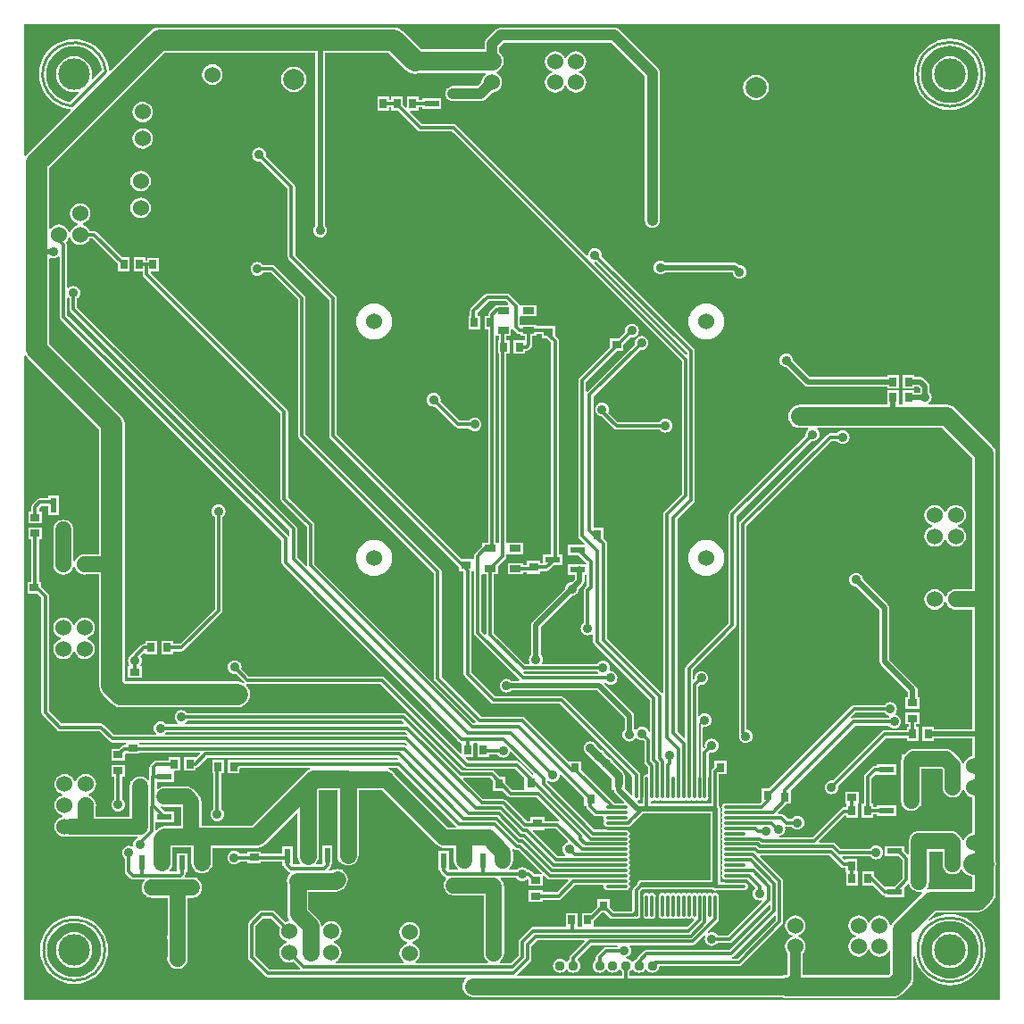
<source format=gbr>
%TF.GenerationSoftware,Altium Limited,Altium Designer,18.1.7 (191)*%
G04 Layer_Physical_Order=4*
G04 Layer_Color=16711680*
%FSLAX45Y45*%
%MOMM*%
%TF.FileFunction,Copper,L4,Bot,Signal*%
%TF.Part,Single*%
G01*
G75*
%TA.AperFunction,NonConductor*%
%ADD10C,0.25400*%
%TA.AperFunction,SMDPad,CuDef*%
%ADD11R,1.45000X0.60000*%
%ADD12R,0.90000X0.70000*%
%ADD15R,0.60000X1.45000*%
%ADD17R,1.10000X1.40000*%
%ADD19R,0.70000X0.90000*%
%ADD20R,0.90000X0.80000*%
%ADD21R,0.80000X0.90000*%
%ADD24R,1.10000X0.65000*%
%ADD29R,1.40000X1.10000*%
%TA.AperFunction,Conductor*%
%ADD42C,1.60000*%
%ADD43C,1.50000*%
%ADD44C,0.30000*%
%ADD45C,1.80000*%
%ADD46C,0.50000*%
%ADD47C,1.00000*%
%ADD48C,2.00000*%
%ADD51C,1.70000*%
%ADD52C,0.80000*%
%ADD53C,0.30480*%
%TA.AperFunction,ViaPad*%
%ADD55C,3.00000*%
%TA.AperFunction,ComponentPad*%
%ADD56C,1.52400*%
%TA.AperFunction,ViaPad*%
%ADD57C,2.00000*%
%TA.AperFunction,ComponentPad*%
%ADD58C,0.95000*%
%ADD59C,0.90000*%
%TA.AperFunction,ViaPad*%
%ADD60C,0.90000*%
%TA.AperFunction,SMDPad,CuDef*%
%ADD69O,2.10000X0.30000*%
%ADD70O,0.30000X2.10000*%
%TA.AperFunction,Conductor*%
%ADD71C,0.20000*%
G36*
X2171824Y10699081D02*
X2212621Y10689287D01*
X2251383Y10673231D01*
X2287156Y10651310D01*
X2319059Y10624062D01*
X2346307Y10592158D01*
X2368229Y10556385D01*
X2384285Y10517623D01*
X2393972Y10477273D01*
X2306946Y10390247D01*
X2296053Y10396777D01*
X2297538Y10401675D01*
X2300821Y10435001D01*
X2297538Y10468327D01*
X2287818Y10500372D01*
X2272032Y10529905D01*
X2250788Y10555790D01*
X2224902Y10577034D01*
X2195369Y10592820D01*
X2163324Y10602541D01*
X2129998Y10605823D01*
X2096672Y10602541D01*
X2064627Y10592820D01*
X2035094Y10577034D01*
X2009209Y10555790D01*
X1987965Y10529905D01*
X1972179Y10500372D01*
X1962458Y10468327D01*
X1959176Y10435001D01*
X1962458Y10401675D01*
X1972179Y10369630D01*
X1987965Y10340097D01*
X2009209Y10314211D01*
X2035094Y10292967D01*
X2064627Y10277181D01*
X2096672Y10267461D01*
X2129998Y10264178D01*
X2163324Y10267461D01*
X2168222Y10268946D01*
X2174752Y10258053D01*
X2087726Y10171027D01*
X2047376Y10180714D01*
X2008614Y10196770D01*
X1972841Y10218692D01*
X1940937Y10245940D01*
X1913689Y10277843D01*
X1891768Y10313616D01*
X1875712Y10352378D01*
X1865918Y10393175D01*
X1862626Y10435001D01*
X1865918Y10476827D01*
X1875712Y10517623D01*
X1891768Y10556385D01*
X1913689Y10592158D01*
X1940937Y10624062D01*
X1972841Y10651310D01*
X2008614Y10673231D01*
X2047376Y10689287D01*
X2088172Y10699081D01*
X2129998Y10702373D01*
X2171824Y10699081D01*
D02*
G37*
G36*
X10907500Y1660000D02*
X1657500D01*
Y7764636D01*
X1670200Y7768697D01*
X1686913Y7746916D01*
X2366463Y7067367D01*
Y5883321D01*
X2236694D01*
X2227499Y5884532D01*
X2202385Y5881225D01*
X2178984Y5871532D01*
X2158888Y5856112D01*
X2143468Y5836017D01*
X2136019Y5818032D01*
X2123319Y5820558D01*
Y6114999D01*
X2120054Y6139799D01*
X2110481Y6162909D01*
X2095254Y6182754D01*
X2079998Y6194460D01*
Y6205000D01*
X2058465D01*
X2052299Y6207554D01*
X2027499Y6210819D01*
X2002699Y6207554D01*
X1996533Y6205000D01*
X1979999D01*
Y6198151D01*
X1979589Y6197981D01*
X1959745Y6182754D01*
X1944517Y6162909D01*
X1934945Y6139799D01*
X1931680Y6114999D01*
Y5796697D01*
X1930469Y5787502D01*
X1933775Y5762389D01*
X1943469Y5738987D01*
X1958889Y5718891D01*
X1978984Y5703471D01*
X2002386Y5693778D01*
X2027499Y5690472D01*
X2052612Y5693778D01*
X2076014Y5703471D01*
X2096110Y5718891D01*
X2111530Y5738987D01*
X2121223Y5762388D01*
X2133775D01*
X2143468Y5738987D01*
X2158888Y5718891D01*
X2178984Y5703471D01*
X2202385Y5693778D01*
X2227499Y5690472D01*
X2236694Y5691682D01*
X2366463D01*
Y4635002D01*
X2370587Y4603676D01*
X2382678Y4574484D01*
X2401913Y4549417D01*
X2481913Y4469417D01*
X2506980Y4450182D01*
X2536172Y4438091D01*
X2567498Y4433967D01*
X3677498D01*
X3708825Y4438091D01*
X3738016Y4450182D01*
X3763083Y4469417D01*
X3782318Y4494485D01*
X3794410Y4523676D01*
X3798534Y4555002D01*
X3794410Y4586329D01*
X3782318Y4615520D01*
X3763083Y4640587D01*
X3759706Y4643179D01*
X3762580Y4656500D01*
X3762930Y4656713D01*
X3774998Y4654313D01*
X5035221D01*
X5827267Y3862267D01*
X5838844Y3854531D01*
X5852500Y3851815D01*
X6312719D01*
X6400002Y3764531D01*
Y3652499D01*
X6389089Y3648185D01*
X6287281D01*
X6219998Y3715469D01*
Y3770001D01*
X6165465D01*
X6112735Y3822732D01*
X6101157Y3830467D01*
X6087501Y3833184D01*
X5807282D01*
X5275236Y4365235D01*
X5263659Y4372971D01*
X5250002Y4375687D01*
X3202050D01*
X3193860Y4386360D01*
X3180282Y4396779D01*
X3164470Y4403328D01*
X3147502Y4405562D01*
X3130533Y4403328D01*
X3114722Y4396779D01*
X3101144Y4386360D01*
X3090725Y4372782D01*
X3084175Y4356970D01*
X3081941Y4340001D01*
X3084175Y4323033D01*
X3090725Y4307221D01*
X3101144Y4293643D01*
X3114514Y4283384D01*
X3114603Y4282712D01*
X3111811Y4270684D01*
X3004549D01*
X2996360Y4281356D01*
X2982782Y4291775D01*
X2966970Y4298325D01*
X2950002Y4300559D01*
X2933033Y4298325D01*
X2917221Y4291775D01*
X2903643Y4281356D01*
X2893225Y4267778D01*
X2886675Y4251966D01*
X2884441Y4234998D01*
X2886675Y4218029D01*
X2893225Y4202218D01*
X2903643Y4188640D01*
X2910493Y4183384D01*
X2906182Y4170684D01*
X2507284D01*
X2410233Y4267735D01*
X2398655Y4275470D01*
X2384999Y4278187D01*
X2007280D01*
X1890688Y4394782D01*
Y5487503D01*
X1887972Y5501159D01*
X1880236Y5512736D01*
X1814999Y5577970D01*
Y5622502D01*
X1795687D01*
Y6027503D01*
X1825001D01*
Y6137502D01*
X1695002D01*
Y6027503D01*
X1724316D01*
Y5622502D01*
X1684999D01*
Y5512502D01*
X1779533D01*
X1819317Y5472720D01*
Y4380001D01*
X1822033Y4366345D01*
X1829769Y4354768D01*
X1967264Y4217267D01*
X1978842Y4209532D01*
X1992497Y4206815D01*
X2370218D01*
X2467268Y4109764D01*
X2478846Y4102029D01*
X2492502Y4099312D01*
X2619999D01*
Y4075688D01*
X2604999D01*
X2591342Y4072971D01*
X2579765Y4065236D01*
X2552031Y4037501D01*
X2482498D01*
Y3927502D01*
X2612498D01*
Y3982907D01*
X2619999Y3992500D01*
X2749998D01*
Y4004316D01*
X3322255D01*
X3327116Y3992583D01*
X3291008Y3956475D01*
X3282501Y3959999D01*
Y3959998D01*
X3172502D01*
Y3829999D01*
X3282502D01*
Y3857809D01*
X3291155Y3859530D01*
X3302733Y3867266D01*
X3389781Y3954314D01*
X5192716D01*
X5203646Y3943384D01*
X5198385Y3930684D01*
X3697502D01*
Y3935000D01*
X3587502D01*
Y3805000D01*
X3697502D01*
Y3852035D01*
X3704781Y3859313D01*
X4363839D01*
X4366365Y3846613D01*
X4354547Y3841717D01*
X4332613Y3824887D01*
X4332612Y3824886D01*
X4272613Y3764887D01*
X4271528Y3763473D01*
X4270113Y3762388D01*
X3818634Y3310908D01*
X3337499D01*
X3335818Y3312383D01*
Y3537499D01*
X3333884Y3552188D01*
X3332554Y3562294D01*
X3332553Y3562296D01*
X3332553Y3562298D01*
X3327841Y3573674D01*
X3322983Y3585404D01*
X3322982Y3585406D01*
X3322981Y3585408D01*
X3316634Y3593679D01*
X3307757Y3605250D01*
X3260259Y3652753D01*
X3260256Y3652755D01*
X3260255Y3652756D01*
X3252418Y3658770D01*
X3240415Y3667981D01*
X3240412Y3667982D01*
X3240410Y3667984D01*
X3228238Y3673026D01*
X3217305Y3677555D01*
X3217303Y3677555D01*
X3217300Y3677556D01*
X3200605Y3679754D01*
X3192506Y3680821D01*
X3192504Y3680821D01*
X3192501Y3680821D01*
X2987502D01*
X2962702Y3677556D01*
X2939593Y3667984D01*
X2925886Y3657466D01*
X2913186Y3663729D01*
Y3724999D01*
X3080002D01*
Y3824998D01*
X3090631Y3829999D01*
X3132499D01*
Y3959998D01*
X3022500D01*
Y3928185D01*
X2907497D01*
X2893841Y3925468D01*
X2882264Y3917733D01*
X2854766Y3890235D01*
X2847030Y3878657D01*
X2844314Y3865001D01*
Y3790063D01*
X2841814Y3777498D01*
Y3740519D01*
X2829114Y3736208D01*
X2820256Y3747752D01*
X2800411Y3762980D01*
X2777301Y3772552D01*
X2752501Y3775817D01*
X2727702Y3772552D01*
X2704592Y3762980D01*
X2684747Y3747752D01*
X2671123Y3729998D01*
X2660002D01*
Y3704929D01*
X2659947Y3704798D01*
X2656682Y3679998D01*
Y3395818D01*
X2335820D01*
Y3493308D01*
X2337031Y3502503D01*
X2333724Y3527616D01*
X2324031Y3551018D01*
X2308611Y3571113D01*
X2288516Y3586533D01*
X2265114Y3596226D01*
Y3608778D01*
X2288516Y3618472D01*
X2308611Y3633892D01*
X2324031Y3653987D01*
X2333724Y3677389D01*
X2337031Y3702502D01*
X2333724Y3727615D01*
X2324031Y3751017D01*
X2308611Y3771113D01*
X2288516Y3786533D01*
X2265114Y3796226D01*
X2240001Y3799532D01*
X2214887Y3796226D01*
X2191486Y3786533D01*
X2171390Y3771113D01*
X2155970Y3751017D01*
X2146277Y3727616D01*
X2133725D01*
X2124032Y3751017D01*
X2108611Y3771113D01*
X2088516Y3786533D01*
X2065114Y3796226D01*
X2040001Y3799532D01*
X2014888Y3796226D01*
X1991486Y3786533D01*
X1971391Y3771113D01*
X1955970Y3751017D01*
X1946277Y3727615D01*
X1942971Y3702502D01*
X1946277Y3677389D01*
X1955970Y3653987D01*
X1971391Y3633892D01*
X1991486Y3618472D01*
X2014888Y3608778D01*
Y3596226D01*
X1991486Y3586533D01*
X1971391Y3571113D01*
X1955970Y3551018D01*
X1946277Y3527616D01*
X1942971Y3502503D01*
X1946277Y3477389D01*
X1955970Y3453988D01*
X1971391Y3433892D01*
X1991486Y3418472D01*
X2014888Y3408779D01*
Y3396222D01*
X1991486Y3386528D01*
X1971391Y3371108D01*
X1955970Y3351013D01*
X1946277Y3327611D01*
X1942971Y3302498D01*
X1946277Y3277385D01*
X1955970Y3253983D01*
X1971391Y3233887D01*
X1991486Y3218467D01*
X2014888Y3208774D01*
X2040001Y3205468D01*
X2065114Y3208774D01*
X2068552Y3210198D01*
X2075201Y3207444D01*
X2100001Y3204179D01*
X2731042D01*
X2733568Y3191479D01*
X2722221Y3186778D01*
X2708643Y3176360D01*
X2698224Y3162782D01*
X2691674Y3146970D01*
X2689440Y3130001D01*
X2691160Y3116936D01*
X2680990Y3109741D01*
X2679941Y3109418D01*
X2664466Y3115828D01*
X2647498Y3118062D01*
X2630529Y3115828D01*
X2614718Y3109278D01*
X2601140Y3098859D01*
X2590721Y3085281D01*
X2584171Y3069469D01*
X2581937Y3052501D01*
X2584171Y3035532D01*
X2590721Y3019721D01*
X2601140Y3006143D01*
X2611812Y2997953D01*
Y2896747D01*
X2609663Y2893531D01*
X2609661Y2893520D01*
X2609655Y2893511D01*
X2608310Y2886734D01*
X2606946Y2879874D01*
X2606948Y2879864D01*
X2606946Y2879854D01*
X2608317Y2872979D01*
X2609661Y2866218D01*
X2609667Y2866209D01*
X2609669Y2866199D01*
X2613592Y2860335D01*
X2617396Y2854640D01*
X2659763Y2812268D01*
X2659764Y2812267D01*
X2659765Y2812266D01*
X2665079Y2808716D01*
X2671340Y2804532D01*
X2671341Y2804531D01*
X2671342Y2804531D01*
X2677752Y2803256D01*
X2684996Y2801814D01*
X2684997Y2801815D01*
X2684998Y2801814D01*
X2795823D01*
X2797015Y2798303D01*
X2798874Y2789114D01*
X2784520Y2770409D01*
X2774948Y2747299D01*
X2771683Y2722499D01*
X2774948Y2697699D01*
X2784520Y2674589D01*
X2799748Y2654744D01*
X2802247Y2652245D01*
X2817503Y2640539D01*
Y2629999D01*
X2839036D01*
X2845202Y2627445D01*
X2870002Y2624180D01*
X2888987Y2626680D01*
X3016681D01*
Y2276084D01*
X3016278Y2275111D01*
X3012971Y2249998D01*
X3016278Y2224885D01*
X3016681Y2223912D01*
Y2076084D01*
X3016278Y2075112D01*
X3012971Y2049998D01*
X3016278Y2024885D01*
X3025971Y2001483D01*
X3041391Y1981388D01*
X3061486Y1965968D01*
X3084888Y1956275D01*
X3110001Y1952968D01*
X3135115Y1956275D01*
X3158516Y1965968D01*
X3159265Y1966542D01*
X3160410Y1967016D01*
X3180254Y1982244D01*
X3195482Y2002089D01*
X3205055Y2025199D01*
X3208319Y2049998D01*
Y2626680D01*
X3245002D01*
X3269802Y2629944D01*
X3269934Y2629999D01*
X3295002D01*
Y2641121D01*
X3312757Y2654744D01*
X3327984Y2674589D01*
X3337557Y2697699D01*
X3340822Y2722499D01*
X3337557Y2747299D01*
X3327984Y2770409D01*
X3312757Y2790253D01*
X3295002Y2803877D01*
Y2814999D01*
X3269934D01*
X3269802Y2815054D01*
X3245002Y2818318D01*
X3182961D01*
X3177741Y2831018D01*
X3182971Y2838845D01*
X3185687Y2852501D01*
Y2865000D01*
X3200001D01*
Y3050000D01*
X3100001D01*
Y2873186D01*
X3036641D01*
X3032559Y2885212D01*
X3033819Y2886179D01*
X3049848Y2907069D01*
X3059924Y2931395D01*
X3063361Y2957500D01*
Y3104140D01*
X3239136D01*
Y2957500D01*
X3242573Y2931395D01*
X3252649Y2907069D01*
X3268678Y2886179D01*
X3289567Y2870150D01*
X3289999Y2869972D01*
Y2865000D01*
X3302001D01*
X3313893Y2860074D01*
X3339998Y2856637D01*
X3366104Y2860074D01*
X3377996Y2865000D01*
X3389998D01*
Y2869972D01*
X3390430Y2870150D01*
X3411319Y2886179D01*
X3427348Y2907069D01*
X3437424Y2931395D01*
X3440861Y2957500D01*
Y3099097D01*
X3862500D01*
X3862502Y3099096D01*
X3889912Y3102705D01*
X3915455Y3113285D01*
X3937389Y3130116D01*
X4234904Y3427631D01*
X4246637Y3422770D01*
Y3019999D01*
X4250074Y2993894D01*
X4260150Y2969568D01*
X4272568Y2953384D01*
X4266559Y2940684D01*
X4202499D01*
Y3112499D01*
X4102499D01*
Y3043188D01*
X3902498D01*
Y3065001D01*
X3772498D01*
Y3043188D01*
X3702049D01*
X3693859Y3053861D01*
X3680281Y3064279D01*
X3664469Y3070829D01*
X3647501Y3073063D01*
X3630532Y3070829D01*
X3614721Y3064279D01*
X3601143Y3053861D01*
X3590724Y3040282D01*
X3584174Y3024471D01*
X3581940Y3007502D01*
X3584174Y2990534D01*
X3590724Y2974722D01*
X3601143Y2961144D01*
X3614721Y2950725D01*
X3630532Y2944175D01*
X3647501Y2941942D01*
X3664469Y2944175D01*
X3680281Y2950725D01*
X3693859Y2961144D01*
X3702049Y2971817D01*
X3772498D01*
Y2955002D01*
X3902498D01*
Y2971817D01*
X4102499D01*
Y2927499D01*
X4118305D01*
X4119529Y2921344D01*
X4127265Y2909767D01*
X4157268Y2879764D01*
X4168845Y2872029D01*
X4174360Y2870932D01*
X4177527Y2857353D01*
X4176179Y2856319D01*
X4160150Y2835429D01*
X4150074Y2811103D01*
X4146637Y2784998D01*
X4149136Y2766014D01*
Y2478380D01*
X4152573Y2452274D01*
X4162650Y2427948D01*
X4169997Y2418373D01*
X4163924Y2405425D01*
X4144886Y2402919D01*
X4132057Y2397605D01*
X4036930Y2492732D01*
X4025353Y2500467D01*
X4011696Y2503184D01*
X3907500D01*
X3893844Y2500467D01*
X3882267Y2492732D01*
X3786798Y2397263D01*
X3779063Y2385686D01*
X3776346Y2372030D01*
Y2062968D01*
X3779063Y2049311D01*
X3786798Y2037734D01*
X3934735Y1889798D01*
X3939767Y1882266D01*
X3951345Y1874530D01*
X3965001Y1871814D01*
X5841615D01*
X5845697Y1859787D01*
X5841180Y1856321D01*
X5825151Y1835431D01*
X5815074Y1811105D01*
X5811638Y1785000D01*
X5815074Y1758895D01*
X5825151Y1734569D01*
X5841180Y1713680D01*
X5862069Y1697651D01*
X5886395Y1687574D01*
X5912500Y1684138D01*
X8841062D01*
X8856286Y1677832D01*
X8885001Y1674051D01*
X9897501D01*
X9926217Y1677832D01*
X9952976Y1688916D01*
X9975954Y1706548D01*
X10058453Y1789047D01*
X10076085Y1812025D01*
X10087169Y1838784D01*
X10090949Y1867499D01*
Y2067699D01*
X10103649Y2069203D01*
X10113531Y2028044D01*
X10133828Y1979041D01*
X10161542Y1933816D01*
X10195990Y1893484D01*
X10236322Y1859036D01*
X10281547Y1831322D01*
X10330550Y1811025D01*
X10382126Y1798643D01*
X10435003Y1794481D01*
X10487880Y1798643D01*
X10539455Y1811025D01*
X10588459Y1831322D01*
X10633684Y1859036D01*
X10674016Y1893484D01*
X10708463Y1933816D01*
X10736177Y1979041D01*
X10756475Y2028044D01*
X10768857Y2079620D01*
X10773019Y2132497D01*
X10768857Y2185374D01*
X10756475Y2236950D01*
X10736177Y2285953D01*
X10708463Y2331178D01*
X10674016Y2371510D01*
X10633684Y2405957D01*
X10588459Y2433671D01*
X10539455Y2453969D01*
X10487880Y2466351D01*
X10435003Y2470513D01*
X10382126Y2466351D01*
X10330550Y2453969D01*
X10281547Y2433671D01*
X10241492Y2409126D01*
X10233575Y2419169D01*
X10303457Y2489051D01*
X10695000D01*
X10723716Y2492831D01*
X10750475Y2503915D01*
X10773453Y2521547D01*
X10835952Y2584046D01*
X10853584Y2607025D01*
X10864668Y2633783D01*
X10868448Y2662499D01*
Y2913849D01*
X10869412Y2916176D01*
X10873536Y2947502D01*
X10869412Y2978829D01*
X10868448Y2981155D01*
Y4197502D01*
Y5464998D01*
Y6840002D01*
X10864668Y6868718D01*
X10853584Y6895476D01*
X10835952Y6918455D01*
X10483450Y7270951D01*
X10460473Y7288582D01*
X10433713Y7299666D01*
X10404998Y7303447D01*
X10235146D01*
X10230725Y7314863D01*
X10230830Y7316147D01*
X10243859Y7326144D01*
X10254278Y7339722D01*
X10260827Y7355534D01*
X10263061Y7372502D01*
X10260827Y7389471D01*
X10254278Y7405283D01*
X10243859Y7418861D01*
X10243382Y7419226D01*
Y7477501D01*
X10239890Y7495059D01*
X10229944Y7509944D01*
X10187444Y7552443D01*
X10172560Y7562389D01*
X10155001Y7565882D01*
X10099999D01*
Y7585000D01*
X9989999D01*
Y7455000D01*
X10099999D01*
Y7474119D01*
X10135996D01*
X10151619Y7458496D01*
Y7419226D01*
X10151142Y7418861D01*
X10150776Y7418384D01*
X10099999D01*
Y7437502D01*
X9989999D01*
X9989999Y7307503D01*
X9978979Y7303447D01*
X9961022D01*
X9950002Y7307503D01*
Y7437502D01*
X9840002D01*
Y7307503D01*
X9828982Y7303447D01*
X9705038D01*
X9705000Y7303452D01*
X9012499D01*
X8983783Y7299671D01*
X8957025Y7288587D01*
X8934046Y7270955D01*
X8916414Y7247977D01*
X8905331Y7221218D01*
X8901550Y7192503D01*
X8905331Y7163787D01*
X8916414Y7137028D01*
X8934046Y7114050D01*
X8957025Y7096418D01*
X8983783Y7085334D01*
X9012499Y7081554D01*
X9085080D01*
X9089391Y7068854D01*
X9086141Y7066360D01*
X9075722Y7052781D01*
X9069172Y7036970D01*
X9066938Y7020001D01*
X9068694Y7006664D01*
X8347267Y6285236D01*
X8339531Y6273659D01*
X8336815Y6260003D01*
Y5227283D01*
X7934766Y4825234D01*
X7927030Y4813657D01*
X7924314Y4800001D01*
Y4142749D01*
X7912580Y4137888D01*
X7848187Y4202281D01*
Y6215219D01*
X8005233Y6372264D01*
X8012968Y6383842D01*
X8015685Y6397498D01*
Y7810002D01*
X8012968Y7823658D01*
X8005233Y7835236D01*
X7131304Y8709165D01*
X7133060Y8722502D01*
X7130826Y8739471D01*
X7124276Y8755282D01*
X7113858Y8768861D01*
X7100279Y8779279D01*
X7084468Y8785829D01*
X7067499Y8788063D01*
X7050531Y8785829D01*
X7034719Y8779279D01*
X7021141Y8768861D01*
X7010722Y8755282D01*
X7004172Y8739471D01*
X7002111Y8723816D01*
X6998293Y8721247D01*
X6989684Y8718283D01*
X5752736Y9955232D01*
X5741158Y9962967D01*
X5727502Y9965684D01*
X5427283D01*
X5312199Y10080767D01*
X5317059Y10092501D01*
X5394999D01*
Y10121815D01*
X5427499D01*
Y10107501D01*
X5612499D01*
Y10207501D01*
X5427499D01*
Y10193186D01*
X5394999D01*
Y10222501D01*
X5285000D01*
Y10124560D01*
X5273266Y10119700D01*
X5245002Y10147964D01*
Y10222501D01*
X5135002D01*
Y10193186D01*
X5117499D01*
Y10222501D01*
X5007500D01*
Y10092501D01*
X5117499D01*
Y10121815D01*
X5135002D01*
Y10092501D01*
X5199531D01*
X5387268Y9904764D01*
X5398845Y9897029D01*
X5412501Y9894312D01*
X5712720D01*
X7891817Y7715216D01*
Y6455490D01*
X7724769Y6288442D01*
X7717033Y6276865D01*
X7714317Y6263208D01*
Y4573967D01*
X7701617Y4568852D01*
X7183185Y5087283D01*
Y5979998D01*
X7180468Y5993655D01*
X7172733Y6005231D01*
X7147499Y6030466D01*
Y6135000D01*
X7053188D01*
Y7380220D01*
X7496660Y7823698D01*
X7509998Y7821942D01*
X7526966Y7824176D01*
X7542778Y7830726D01*
X7556356Y7841144D01*
X7566775Y7854722D01*
X7573324Y7870534D01*
X7575558Y7887503D01*
X7573324Y7904471D01*
X7566775Y7920283D01*
X7556356Y7933861D01*
X7542778Y7944280D01*
X7526966Y7950829D01*
X7509998Y7953063D01*
X7493029Y7950829D01*
X7477217Y7944280D01*
X7463639Y7933861D01*
X7453221Y7920283D01*
X7446671Y7904471D01*
X7444437Y7887503D01*
X7446193Y7874165D01*
X6995885Y7423852D01*
X6983185Y7428966D01*
Y7515216D01*
X7280471Y7812502D01*
X7337497D01*
Y7869528D01*
X7408871Y7940902D01*
X7420000Y7939437D01*
X7436969Y7941671D01*
X7452781Y7948221D01*
X7466359Y7958640D01*
X7476778Y7972218D01*
X7483327Y7988029D01*
X7485561Y8004998D01*
X7483327Y8021966D01*
X7476778Y8037778D01*
X7466359Y8051356D01*
X7452781Y8061775D01*
X7436969Y8068325D01*
X7420000Y8070559D01*
X7403032Y8068325D01*
X7387220Y8061775D01*
X7373642Y8051356D01*
X7363223Y8037778D01*
X7356674Y8021966D01*
X7354440Y8004998D01*
X7356486Y7989452D01*
X7299536Y7932501D01*
X7207498D01*
Y7840463D01*
X6922266Y7555231D01*
X6914530Y7543654D01*
X6911814Y7529998D01*
Y6059998D01*
X6914530Y6046342D01*
X6922266Y6034764D01*
X6970295Y5986735D01*
X6965435Y5975002D01*
X6812500D01*
Y5875002D01*
X6914184D01*
X6991487Y5797700D01*
X6991370Y5785000D01*
X6946137D01*
X6942558Y5787392D01*
X6925000Y5790884D01*
X6907442Y5787392D01*
X6903863Y5785000D01*
X6812500D01*
Y5685000D01*
X6879119D01*
Y5646507D01*
X6852803Y5620192D01*
X6849999Y5620561D01*
X6833031Y5618327D01*
X6817219Y5611777D01*
X6803641Y5601359D01*
X6793222Y5587781D01*
X6786672Y5571969D01*
X6784438Y5555000D01*
X6784808Y5552196D01*
X6475057Y5242445D01*
X6465111Y5227561D01*
X6461619Y5210002D01*
Y4931723D01*
X6461142Y4931357D01*
X6450723Y4917779D01*
X6444174Y4901968D01*
X6441940Y4884999D01*
X6444174Y4868031D01*
X6450238Y4853391D01*
X6446872Y4844057D01*
X6445212Y4840691D01*
X6407621D01*
X6110930Y5137382D01*
Y5695002D01*
X6149999D01*
Y5771688D01*
X6217906Y5839596D01*
X6225695Y5851252D01*
X6228430Y5865002D01*
Y5882268D01*
X6239999Y5884999D01*
X6241130Y5884999D01*
X6389999D01*
Y5989999D01*
X6241130D01*
X6239999Y5989999D01*
X6228430Y5992730D01*
Y7785002D01*
X6257502D01*
Y7915002D01*
X6228430D01*
Y7952498D01*
X6272498D01*
Y8017478D01*
X6274526Y8018848D01*
X6291777Y8015496D01*
X6292265Y8014766D01*
X6327266Y7979764D01*
X6338843Y7972029D01*
X6352499Y7969312D01*
X6362498D01*
Y7952498D01*
X6401812D01*
Y7915002D01*
X6297499D01*
Y7785002D01*
X6407499D01*
Y7814316D01*
X6417498D01*
X6431154Y7817033D01*
X6442732Y7824768D01*
X6462732Y7844768D01*
X6470467Y7856346D01*
X6473184Y7870002D01*
Y7952498D01*
X6512498D01*
Y7974316D01*
X6562500D01*
Y7930002D01*
X6614533D01*
X6654314Y7890222D01*
Y5880001D01*
X6577499D01*
Y5795684D01*
X6552500D01*
Y5819999D01*
X6422500D01*
Y5783188D01*
X6389999D01*
Y5800002D01*
X6239999D01*
Y5695002D01*
X6389999D01*
Y5711816D01*
X6422500D01*
Y5699999D01*
X6552500D01*
Y5724313D01*
X6609999D01*
X6623656Y5727029D01*
X6635233Y5734765D01*
X6680469Y5780001D01*
X6762499D01*
Y5880001D01*
X6725685D01*
Y7905003D01*
X6722969Y7918660D01*
X6715233Y7930237D01*
X6692500Y7952970D01*
Y8050002D01*
X6562500D01*
Y8045687D01*
X6512498D01*
Y8057498D01*
X6362498D01*
X6353184Y8065672D01*
Y8134326D01*
X6362498Y8142500D01*
X6365884Y8142500D01*
X6512498D01*
Y8247500D01*
X6364641D01*
X6362498Y8247500D01*
X6351077Y8250589D01*
X6350467Y8253655D01*
X6342732Y8265232D01*
X6262732Y8345232D01*
X6251155Y8352968D01*
X6237498Y8355684D01*
X6047501D01*
X6033845Y8352968D01*
X6022268Y8345233D01*
X5892265Y8215235D01*
X5884530Y8203658D01*
X5881813Y8190002D01*
Y8144999D01*
X5870002D01*
Y8014999D01*
X5980002D01*
Y8144999D01*
X5953185D01*
Y8175219D01*
X6062282Y8284313D01*
X6222717D01*
X6247796Y8259233D01*
X6242936Y8247500D01*
X6122499D01*
Y8232070D01*
X6112265Y8225232D01*
X6064767Y8177734D01*
X6057031Y8166157D01*
X6054315Y8152501D01*
Y8144999D01*
X6019999D01*
Y8014999D01*
X6054315D01*
Y5989999D01*
X5999999D01*
Y5960464D01*
X5932266Y5892736D01*
X5932266Y5892736D01*
X5932265Y5892735D01*
X5928418Y5886977D01*
X5924530Y5881159D01*
X5924530Y5881158D01*
X5924530Y5881158D01*
X5921813Y5867503D01*
Y5844632D01*
X5909997Y5842498D01*
Y5842498D01*
X5800468D01*
X4620685Y7022281D01*
Y8312501D01*
X4617969Y8326157D01*
X4610233Y8337734D01*
X4225685Y8722283D01*
Y9367500D01*
X4222968Y9381156D01*
X4215233Y9392733D01*
X3946307Y9661664D01*
X3948062Y9675002D01*
X3945829Y9691971D01*
X3939279Y9707782D01*
X3928860Y9721361D01*
X3915282Y9731779D01*
X3899470Y9738329D01*
X3882502Y9740563D01*
X3865533Y9738329D01*
X3849722Y9731779D01*
X3836143Y9721361D01*
X3825725Y9707782D01*
X3819175Y9691971D01*
X3816941Y9675002D01*
X3819175Y9658034D01*
X3825725Y9642222D01*
X3836143Y9628644D01*
X3849722Y9618225D01*
X3865533Y9611675D01*
X3882502Y9609442D01*
X3895839Y9611197D01*
X4154314Y9352718D01*
Y8707501D01*
X4157030Y8693845D01*
X4164766Y8682267D01*
X4549314Y8297719D01*
Y7007499D01*
X4552031Y6993843D01*
X4559766Y6982266D01*
X5779997Y5762034D01*
Y5722498D01*
X5819534D01*
X5824313Y5717719D01*
Y4749998D01*
X5827029Y4736342D01*
X5834765Y4724764D01*
X6082268Y4477267D01*
X6093845Y4469531D01*
X6107501Y4466815D01*
X6732718D01*
X7424315Y3775219D01*
Y3670000D01*
Y3602168D01*
X7412581Y3597307D01*
X7349998Y3659891D01*
Y3709089D01*
X7351174Y3714999D01*
Y3780003D01*
X7346517Y3803414D01*
X7333256Y3823260D01*
X7242273Y3914243D01*
X7242078Y3915721D01*
X7235528Y3931533D01*
X7225110Y3945111D01*
X7211531Y3955530D01*
X7195720Y3962079D01*
X7194242Y3962274D01*
X7163196Y3993319D01*
X7159278Y4002780D01*
X7148859Y4016358D01*
X7135281Y4026777D01*
X7125820Y4030696D01*
X7083928Y4072587D01*
X7081777Y4077781D01*
X7071358Y4091359D01*
X7057780Y4101778D01*
X7041968Y4108328D01*
X7025000Y4110562D01*
X7008031Y4108328D01*
X6992220Y4101778D01*
X6978642Y4091359D01*
X6968223Y4077781D01*
X6961673Y4061969D01*
X6959439Y4045001D01*
X6961673Y4028032D01*
X6968223Y4012221D01*
X6978642Y3998642D01*
X6992220Y3988224D01*
X6997413Y3986072D01*
X7045339Y3938147D01*
X7045723Y3937219D01*
X7056142Y3923641D01*
X7069720Y3913223D01*
X7070647Y3912839D01*
X7228823Y3754663D01*
Y3714999D01*
X7229998Y3709089D01*
Y3649999D01*
X7251620D01*
Y3647501D01*
X7255112Y3629943D01*
X7265058Y3615058D01*
X7347695Y3532421D01*
X7342835Y3520688D01*
X7254782D01*
X6934998Y3840468D01*
Y3919999D01*
X6820466D01*
X6407736Y4332733D01*
X6396158Y4340469D01*
X6382502Y4343185D01*
X5989781D01*
X5613185Y4719781D01*
Y5722498D01*
X5610469Y5736154D01*
X5602733Y5747732D01*
X4325685Y7024780D01*
Y8312501D01*
X4322968Y8326157D01*
X4315233Y8337734D01*
X4037733Y8615234D01*
X4026155Y8622970D01*
X4012499Y8625686D01*
X3922048D01*
X3913859Y8636359D01*
X3900281Y8646778D01*
X3884469Y8653327D01*
X3867501Y8655561D01*
X3850532Y8653327D01*
X3834720Y8646778D01*
X3821142Y8636359D01*
X3810723Y8622781D01*
X3804174Y8606969D01*
X3801940Y8590001D01*
X3804174Y8573032D01*
X3810723Y8557220D01*
X3821142Y8543642D01*
X3834720Y8533223D01*
X3850532Y8526674D01*
X3867501Y8524440D01*
X3884469Y8526674D01*
X3900281Y8533223D01*
X3913859Y8543642D01*
X3922048Y8554315D01*
X3997717D01*
X4254313Y8297719D01*
Y7009999D01*
X4257030Y6996342D01*
X4264765Y6984765D01*
X5541814Y5707717D01*
Y4704999D01*
X5544530Y4691343D01*
X5552266Y4679766D01*
X5936868Y4295163D01*
X5932008Y4283430D01*
X5917381D01*
X4408429Y5792382D01*
Y6159998D01*
X4405694Y6173747D01*
X4397905Y6185404D01*
X4158432Y6424883D01*
Y7235002D01*
X4155697Y7248752D01*
X4147908Y7260409D01*
X2856011Y8552301D01*
X2859660Y8565001D01*
X2932500D01*
Y8695000D01*
X2822500D01*
Y8668430D01*
X2805002D01*
Y8697500D01*
X2695002D01*
Y8567500D01*
X2781570D01*
Y8539998D01*
X2784305Y8526248D01*
X2792093Y8514592D01*
X4086571Y7220119D01*
Y6410000D01*
X4089306Y6396250D01*
X4097094Y6384594D01*
X4336568Y6145115D01*
Y5779358D01*
X4332154Y5776072D01*
X4324402Y5773564D01*
X4243186Y5854780D01*
Y6127501D01*
X4240469Y6141157D01*
X4232733Y6152735D01*
X2158186Y8227282D01*
Y8307950D01*
X2168859Y8316140D01*
X2179277Y8329718D01*
X2185827Y8345529D01*
X2188061Y8362498D01*
X2185827Y8379466D01*
X2179277Y8395278D01*
X2168859Y8408856D01*
X2155280Y8419275D01*
X2139469Y8425825D01*
X2122500Y8428059D01*
X2105532Y8425825D01*
X2089720Y8419275D01*
X2076142Y8408856D01*
X2075885Y8408521D01*
X2063185Y8412832D01*
Y8817498D01*
X2061997Y8823472D01*
X2060470Y8831152D01*
X2060469Y8831153D01*
X2060468Y8831155D01*
X2056838Y8836588D01*
X2052735Y8842730D01*
X2052941Y8845875D01*
X2053610Y8846388D01*
X2069030Y8866484D01*
X2078724Y8889885D01*
X2091276D01*
X2100969Y8866484D01*
X2116389Y8846388D01*
X2136484Y8830968D01*
X2159886Y8821275D01*
X2184999Y8817969D01*
X2210113Y8821275D01*
X2233514Y8830968D01*
X2253610Y8846388D01*
X2269030Y8866484D01*
X2274344Y8879313D01*
X2302720D01*
X2545000Y8637033D01*
Y8567500D01*
X2655000D01*
Y8697500D01*
X2585467D01*
X2342735Y8940232D01*
X2331157Y8947968D01*
X2317501Y8950684D01*
X2274344D01*
X2269030Y8963514D01*
X2253610Y8983609D01*
X2233514Y8999029D01*
X2210113Y9008722D01*
Y9021275D01*
X2233514Y9030968D01*
X2253610Y9046388D01*
X2269030Y9066483D01*
X2278723Y9089885D01*
X2282029Y9114998D01*
X2278723Y9140112D01*
X2269030Y9163513D01*
X2253610Y9183609D01*
X2233514Y9199029D01*
X2210113Y9208722D01*
X2184999Y9212028D01*
X2159886Y9208722D01*
X2136484Y9199029D01*
X2116389Y9183609D01*
X2100969Y9163513D01*
X2091276Y9140112D01*
X2087969Y9114998D01*
X2091276Y9089885D01*
X2100969Y9066483D01*
X2116389Y9046388D01*
X2136484Y9030968D01*
X2159886Y9021275D01*
Y9008722D01*
X2136484Y8999029D01*
X2116389Y8983609D01*
X2100969Y8963514D01*
X2091276Y8940112D01*
X2078724D01*
X2069030Y8963514D01*
X2053610Y8983609D01*
X2033515Y8999029D01*
X2010113Y9008722D01*
X1985000Y9012029D01*
X1959887Y9008722D01*
X1936485Y8999029D01*
X1916389Y8983609D01*
X1906234Y8970375D01*
X1893534Y8974686D01*
Y9544868D01*
X2987634Y10638963D01*
X4416619D01*
Y9001723D01*
X4416142Y9001357D01*
X4405723Y8987779D01*
X4399174Y8971967D01*
X4396940Y8954999D01*
X4399174Y8938030D01*
X4405723Y8922218D01*
X4416142Y8908640D01*
X4429720Y8898221D01*
X4445532Y8891672D01*
X4462501Y8889438D01*
X4479469Y8891672D01*
X4495281Y8898221D01*
X4508859Y8908640D01*
X4519278Y8922218D01*
X4525827Y8938030D01*
X4528061Y8954999D01*
X4525827Y8971967D01*
X4519278Y8987779D01*
X4508859Y9001357D01*
X4508382Y9001723D01*
Y10638963D01*
X5112365D01*
X5276914Y10474414D01*
X5301981Y10455179D01*
X5331172Y10443088D01*
X5362499Y10438964D01*
X5393825Y10443088D01*
X5408220Y10449050D01*
X6030423D01*
X6034734Y10436350D01*
X6021390Y10426111D01*
X6005970Y10406015D01*
X5996277Y10382613D01*
X5993398Y10360747D01*
X5955757Y10323106D01*
X5722498D01*
X5704225Y10320700D01*
X5687196Y10313646D01*
X5672672Y10302502D01*
X5662500D01*
Y10289298D01*
X5661353Y10287804D01*
X5654300Y10270775D01*
X5651894Y10252502D01*
X5654300Y10234228D01*
X5661353Y10217200D01*
X5662500Y10215706D01*
Y10202502D01*
X5672672D01*
X5687196Y10191357D01*
X5704225Y10184304D01*
X5722498Y10181898D01*
X5985002D01*
X6003276Y10184304D01*
X6020304Y10191357D01*
X6034926Y10202577D01*
X6093247Y10260898D01*
X6115114Y10263777D01*
X6138516Y10273470D01*
X6158611Y10288890D01*
X6174031Y10308985D01*
X6183724Y10332387D01*
X6187031Y10357500D01*
X6183724Y10382613D01*
X6174031Y10406015D01*
X6158611Y10426111D01*
X6138516Y10441531D01*
X6131569Y10444408D01*
Y10458155D01*
X6145475Y10463915D01*
X6168453Y10481546D01*
X6186085Y10504525D01*
X6197169Y10531283D01*
X6200949Y10559999D01*
X6197169Y10588715D01*
X6186085Y10615474D01*
X6168453Y10638452D01*
X6160604Y10644475D01*
Y10693254D01*
X6204245Y10736898D01*
X7223253D01*
X7541898Y10418257D01*
Y9047500D01*
X7544304Y9029227D01*
X7551357Y9012198D01*
X7562577Y8997576D01*
X7577200Y8986356D01*
X7594228Y8979302D01*
X7612502Y8976896D01*
X7630775Y8979302D01*
X7647804Y8986356D01*
X7662426Y8997576D01*
X7673647Y9012198D01*
X7680700Y9029227D01*
X7683106Y9047500D01*
Y10447503D01*
X7680700Y10465776D01*
X7673647Y10482805D01*
X7662426Y10497427D01*
X7302422Y10857427D01*
X7287799Y10868647D01*
X7270771Y10875700D01*
X7252498Y10878106D01*
X6174999D01*
X6174998Y10878105D01*
X6174997Y10878106D01*
X6156726Y10875700D01*
X6156725Y10875700D01*
X6156724Y10875699D01*
X6147458Y10871861D01*
X6139697Y10868647D01*
X6139696Y10868646D01*
X6139695Y10868646D01*
X6132450Y10863085D01*
X6125075Y10857426D01*
X6125074Y10857426D01*
X6125073Y10857425D01*
X6040075Y10772421D01*
X6034414Y10765044D01*
X6028856Y10757800D01*
X6028855Y10757799D01*
X6028855Y10757798D01*
X6025640Y10750036D01*
X6021803Y10740772D01*
X6021802Y10740770D01*
X6021802Y10740770D01*
X6019397Y10722498D01*
Y10670948D01*
X5422720D01*
X5248084Y10845584D01*
X5223017Y10864819D01*
X5193826Y10876910D01*
X5162499Y10881034D01*
X2937500D01*
X2906174Y10876910D01*
X2876982Y10864819D01*
X2851915Y10845584D01*
X2474658Y10468328D01*
X2470240Y10468369D01*
X2461312Y10472872D01*
X2460649Y10480718D01*
X2460132Y10487289D01*
X2447888Y10538289D01*
X2427816Y10586746D01*
X2400411Y10631467D01*
X2366348Y10671350D01*
X2326465Y10705414D01*
X2281744Y10732819D01*
X2233287Y10752890D01*
X2182286Y10765134D01*
X2129998Y10769249D01*
X2077710Y10765134D01*
X2026710Y10752890D01*
X1978253Y10732819D01*
X1933532Y10705414D01*
X1893649Y10671350D01*
X1859585Y10631467D01*
X1832180Y10586746D01*
X1812109Y10538289D01*
X1799865Y10487289D01*
X1795750Y10435001D01*
X1799865Y10382713D01*
X1812109Y10331712D01*
X1832180Y10283255D01*
X1859585Y10238534D01*
X1893649Y10198651D01*
X1933532Y10164588D01*
X1978253Y10137183D01*
X2026710Y10117111D01*
X2077710Y10104867D01*
X2092101Y10103734D01*
X2096942Y10090614D01*
X1686914Y9680588D01*
X1670200Y9658807D01*
X1657500Y9662868D01*
Y10910000D01*
X10907500D01*
Y1660000D01*
D02*
G37*
G36*
X1991813Y8704665D02*
Y8137500D01*
X1994530Y8123843D01*
X2002265Y8112266D01*
X4096813Y6017718D01*
Y5807502D01*
X4099530Y5793845D01*
X4107265Y5782268D01*
X5782268Y4107265D01*
X5793845Y4099530D01*
X5796208Y4099060D01*
X5804999Y4090000D01*
Y4002063D01*
X5793265Y3997203D01*
X5075236Y4715232D01*
X5063659Y4722967D01*
X5050003Y4725684D01*
X3789781D01*
X3716304Y4799163D01*
X3718060Y4812502D01*
X3715826Y4829471D01*
X3709277Y4845283D01*
X3698858Y4858861D01*
X3685280Y4869280D01*
X3669468Y4875829D01*
X3652500Y4878063D01*
X3635531Y4875829D01*
X3619719Y4869280D01*
X3606141Y4858861D01*
X3595723Y4845283D01*
X3589173Y4829471D01*
X3586939Y4812502D01*
X3589173Y4795534D01*
X3595723Y4779722D01*
X3606141Y4766144D01*
X3619719Y4755725D01*
X3635531Y4749176D01*
X3652500Y4746942D01*
X3665836Y4748697D01*
X3744224Y4670306D01*
X3738016Y4659822D01*
X3708825Y4671914D01*
X3677498Y4676038D01*
X2617633D01*
X2608534Y4685137D01*
Y5770001D01*
Y7117502D01*
X2604410Y7148828D01*
X2592318Y7178019D01*
X2573083Y7203087D01*
X1893534Y7882636D01*
Y8687812D01*
X1906234Y8695523D01*
X1915530Y8691672D01*
X1932498Y8689438D01*
X1949467Y8691672D01*
X1965278Y8698222D01*
X1978856Y8708641D01*
X1979113Y8708975D01*
X1991813Y8704665D01*
D02*
G37*
G36*
X7944314Y7795221D02*
Y7780247D01*
X7932580Y7775387D01*
X7063280Y8644687D01*
X7066244Y8653296D01*
X7068800Y8657095D01*
X7081059Y8658475D01*
X7944314Y7795221D01*
D02*
G37*
G36*
X9705000Y7081549D02*
X10359042D01*
X10646550Y6794045D01*
Y5550820D01*
X10499197D01*
X10490002Y5552031D01*
X10464889Y5548724D01*
X10441487Y5539031D01*
X10421391Y5523611D01*
X10405971Y5503516D01*
X10396278Y5480114D01*
X10383726D01*
X10374033Y5503516D01*
X10358613Y5523611D01*
X10338517Y5539031D01*
X10315116Y5548724D01*
X10290002Y5552031D01*
X10264889Y5548724D01*
X10241487Y5539031D01*
X10221392Y5523611D01*
X10205972Y5503516D01*
X10196279Y5480114D01*
X10192972Y5455001D01*
X10196279Y5429887D01*
X10205972Y5406486D01*
X10221392Y5386390D01*
X10241487Y5370970D01*
X10264889Y5361277D01*
X10290002Y5357970D01*
X10315116Y5361277D01*
X10338517Y5370970D01*
X10358613Y5386390D01*
X10374033Y5406486D01*
X10383726Y5429887D01*
X10396278D01*
X10405971Y5406486D01*
X10421391Y5386390D01*
X10441487Y5370970D01*
X10464889Y5361277D01*
X10490002Y5357970D01*
X10499197Y5359181D01*
X10646550D01*
Y4225883D01*
X10285002D01*
Y4245002D01*
X10175003D01*
Y4115002D01*
X10285002D01*
Y4134120D01*
X10646550D01*
Y3969929D01*
X10637385Y3968722D01*
X10613983Y3959029D01*
X10593888Y3943609D01*
X10578468Y3923514D01*
X10568775Y3900112D01*
X10556222D01*
X10546529Y3923514D01*
X10531109Y3943609D01*
X10523754Y3949253D01*
X10462758Y4010254D01*
X10462756Y4010255D01*
X10462755Y4010256D01*
X10454050Y4016936D01*
X10442914Y4025482D01*
X10442912Y4025483D01*
X10442911Y4025484D01*
X10431981Y4030011D01*
X10419804Y4035055D01*
X10419803Y4035055D01*
X10419801Y4035056D01*
X10401974Y4037403D01*
X10395004Y4038321D01*
X10395004D01*
X10395001Y4038321D01*
X10095001D01*
X10070202Y4035056D01*
X10047092Y4025484D01*
X10027247Y4010256D01*
X10004488Y3987498D01*
X9974998D01*
Y3939930D01*
X9974944Y3939798D01*
X9971679Y3914999D01*
Y3545002D01*
X9974944Y3520202D01*
X9974998Y3520070D01*
Y3495002D01*
X9986120D01*
X9999744Y3477247D01*
X10019589Y3462020D01*
X10042698Y3452447D01*
X10067498Y3449182D01*
X10092298Y3452447D01*
X10115408Y3462020D01*
X10135253Y3477247D01*
X10148877Y3495002D01*
X10159998D01*
Y3520070D01*
X10160053Y3520202D01*
X10163318Y3545002D01*
Y3846682D01*
X10355309D01*
X10366679Y3835311D01*
Y3684194D01*
X10365469Y3674999D01*
X10368775Y3649886D01*
X10378468Y3626484D01*
X10393888Y3606389D01*
X10413984Y3590968D01*
X10437386Y3581275D01*
X10462499Y3577969D01*
X10487612Y3581275D01*
X10511014Y3590968D01*
X10531109Y3606389D01*
X10546529Y3626484D01*
X10556222Y3649886D01*
X10568775D01*
X10578468Y3626484D01*
X10593888Y3606389D01*
X10613983Y3590968D01*
X10637385Y3581275D01*
X10646550Y3580069D01*
Y3242761D01*
X10634886Y3241226D01*
X10611484Y3231533D01*
X10591389Y3216112D01*
X10575968Y3196017D01*
X10566275Y3172615D01*
X10553723D01*
X10544030Y3196017D01*
X10528610Y3216112D01*
X10521243Y3221765D01*
X10512741Y3230264D01*
X10502238Y3238321D01*
X10492908Y3245480D01*
X10492901Y3245483D01*
X10492894Y3245488D01*
X10481369Y3250260D01*
X10469798Y3255053D01*
X10469790Y3255054D01*
X10469782Y3255057D01*
X10458420Y3256551D01*
X10444998Y3258318D01*
X10142499D01*
X10117700Y3255053D01*
X10094590Y3245480D01*
X10074745Y3230253D01*
X10061121Y3212498D01*
X10049999D01*
Y3187430D01*
X10049945Y3187298D01*
X10046680Y3162498D01*
Y3040381D01*
X10034946Y3035521D01*
X9999999Y3070471D01*
Y3117502D01*
X9814999D01*
Y3017502D01*
X9952033D01*
X9986814Y2982719D01*
Y2812282D01*
X9907031Y2732499D01*
X9817969D01*
X9717731Y2832736D01*
X9712502Y2836231D01*
Y2872503D01*
X9602502D01*
Y2742503D01*
X9707030D01*
X9792268Y2657265D01*
X9803845Y2649530D01*
X9814999Y2647311D01*
Y2632499D01*
X9999999D01*
Y2724532D01*
X10037259Y2761792D01*
X10049285Y2757710D01*
X10049945Y2752700D01*
X10049999Y2752569D01*
Y2727500D01*
X10061121D01*
X10074745Y2709746D01*
X10094590Y2694518D01*
X10117700Y2684946D01*
X10142499Y2681681D01*
X10167299Y2684946D01*
X10167779Y2685144D01*
X10174973Y2674378D01*
X9901548Y2400953D01*
X9883916Y2377974D01*
X9878783Y2365584D01*
X9876852Y2365258D01*
X9862803Y2375606D01*
X9861223Y2387613D01*
X9851529Y2411015D01*
X9836109Y2431110D01*
X9816014Y2446530D01*
X9792612Y2456223D01*
X9767499Y2459530D01*
X9742386Y2456223D01*
X9718984Y2446530D01*
X9698888Y2431110D01*
X9683468Y2411015D01*
X9673775Y2387613D01*
X9661223D01*
X9651530Y2411015D01*
X9636110Y2431110D01*
X9616014Y2446530D01*
X9592613Y2456223D01*
X9567499Y2459530D01*
X9542386Y2456223D01*
X9518984Y2446530D01*
X9498889Y2431110D01*
X9483469Y2411015D01*
X9473776Y2387613D01*
X9470469Y2362500D01*
X9473776Y2337386D01*
X9483469Y2313985D01*
X9498889Y2293889D01*
X9518984Y2278469D01*
X9542386Y2268776D01*
Y2256224D01*
X9518984Y2246531D01*
X9498889Y2231111D01*
X9483469Y2211015D01*
X9473776Y2187613D01*
X9470469Y2162500D01*
X9473776Y2137387D01*
X9483469Y2113985D01*
X9498889Y2093890D01*
X9518984Y2078470D01*
X9542386Y2068776D01*
X9567499Y2065470D01*
X9592613Y2068776D01*
X9616014Y2078470D01*
X9636110Y2093890D01*
X9651530Y2113985D01*
X9661223Y2137387D01*
X9673775D01*
X9683468Y2113985D01*
X9698888Y2093890D01*
X9718984Y2078470D01*
X9742386Y2068776D01*
X9767499Y2065470D01*
X9792612Y2068776D01*
X9816014Y2078470D01*
X9836109Y2093890D01*
X9851529Y2113985D01*
X9856351Y2125626D01*
X9869051Y2123100D01*
Y1913456D01*
X9851545Y1895949D01*
X9038104D01*
Y2096488D01*
X9051531Y2113985D01*
X9061224Y2137387D01*
X9064531Y2162500D01*
X9061224Y2187613D01*
X9051531Y2211015D01*
X9036111Y2231111D01*
X9016015Y2246531D01*
X8992614Y2256224D01*
Y2268776D01*
X9016015Y2278469D01*
X9036111Y2293889D01*
X9051531Y2313985D01*
X9061224Y2337386D01*
X9064531Y2362500D01*
X9061224Y2387613D01*
X9051531Y2411015D01*
X9036111Y2431110D01*
X9016015Y2446530D01*
X8992614Y2456223D01*
X8967500Y2459530D01*
X8942387Y2456223D01*
X8918985Y2446530D01*
X8898890Y2431110D01*
X8883470Y2411015D01*
X8873777Y2387613D01*
X8870470Y2362500D01*
X8873777Y2337386D01*
X8883470Y2313985D01*
X8898890Y2293889D01*
X8918985Y2278469D01*
X8942387Y2268776D01*
Y2256224D01*
X8918985Y2246531D01*
X8898890Y2231111D01*
X8883470Y2211015D01*
X8873777Y2187613D01*
X8870470Y2162500D01*
X8873777Y2137387D01*
X8883470Y2113985D01*
X8896897Y2096488D01*
Y1896744D01*
X8896101Y1895949D01*
X8885001D01*
X8856286Y1892169D01*
X8841062Y1885863D01*
X7398186D01*
Y1924801D01*
X7410642Y1934359D01*
X7417329Y1943074D01*
X7418342Y1943561D01*
X7431656D01*
X7432669Y1943074D01*
X7439357Y1934359D01*
X7453457Y1923539D01*
X7469877Y1916738D01*
X7487498Y1914418D01*
X7505119Y1916738D01*
X7521539Y1923539D01*
X7535640Y1934359D01*
X7542330Y1943077D01*
X7543348Y1943566D01*
X7556652D01*
X7557671Y1943077D01*
X7564360Y1934359D01*
X7578461Y1923539D01*
X7594881Y1916738D01*
X7612502Y1914418D01*
X7630123Y1916738D01*
X7646543Y1923539D01*
X7660644Y1934359D01*
X7671463Y1948459D01*
X7678265Y1964879D01*
X7679836Y1976812D01*
X8432500D01*
X8446157Y1979529D01*
X8457734Y1987264D01*
X8845231Y2374767D01*
X8852967Y2386344D01*
X8855683Y2400000D01*
Y2780711D01*
X8852967Y2794367D01*
X8845231Y2805944D01*
X8633592Y3017584D01*
X8638452Y3029317D01*
X9290218D01*
X9402266Y2917265D01*
X9413842Y2909530D01*
X9427499Y2906813D01*
X9447501D01*
Y2865002D01*
X9452500D01*
Y2742503D01*
X9562499D01*
Y2872503D01*
X9557501D01*
Y2995002D01*
X9447501D01*
Y2990926D01*
X9434801Y2985665D01*
X9412886Y3007581D01*
X9417746Y3019315D01*
X9680454D01*
X9688644Y3008642D01*
X9702222Y2998223D01*
X9718034Y2991673D01*
X9735002Y2989440D01*
X9751971Y2991673D01*
X9767782Y2998223D01*
X9781360Y3008642D01*
X9791779Y3022220D01*
X9798329Y3038032D01*
X9800563Y3055000D01*
X9798329Y3071969D01*
X9791779Y3087780D01*
X9781360Y3101359D01*
X9767782Y3111777D01*
X9751971Y3118327D01*
X9735002Y3120561D01*
X9718034Y3118327D01*
X9702222Y3111777D01*
X9688644Y3101359D01*
X9680454Y3090686D01*
X9400493D01*
X9350945Y3140234D01*
X9339368Y3147969D01*
X9325712Y3150686D01*
X9197745D01*
X9192885Y3162419D01*
X9437300Y3406835D01*
X9450000Y3401574D01*
Y3387500D01*
X9560000D01*
Y3517500D01*
X9570000Y3519999D01*
Y3629999D01*
X9440000D01*
Y3519999D01*
X9450000Y3517500D01*
Y3483187D01*
X9427500D01*
X9413843Y3480471D01*
X9402266Y3472735D01*
X9130219Y3200688D01*
X8819346D01*
X8818513Y3213388D01*
X8824469Y3214172D01*
X8840281Y3220722D01*
X8853859Y3231141D01*
X8864278Y3244719D01*
X8870828Y3260531D01*
X8873062Y3277499D01*
X8871204Y3291609D01*
X8876620Y3298981D01*
X8881220Y3302566D01*
X8885001Y3301813D01*
X8935452D01*
X8943641Y3291141D01*
X8957220Y3280722D01*
X8973031Y3274172D01*
X8990000Y3271938D01*
X9006968Y3274172D01*
X9022780Y3280722D01*
X9036358Y3291141D01*
X9046777Y3304719D01*
X9053327Y3320531D01*
X9055561Y3337499D01*
X9053327Y3354468D01*
X9046777Y3370279D01*
X9036358Y3383857D01*
X9022780Y3394276D01*
X9006968Y3400826D01*
X8990000Y3403060D01*
X8973031Y3400826D01*
X8957220Y3394276D01*
X8943641Y3383857D01*
X8935452Y3373185D01*
X8899783D01*
X8862732Y3410236D01*
X8851155Y3417971D01*
X8837498Y3420688D01*
X8807748D01*
X8802888Y3432421D01*
X8887969Y3517502D01*
X8925001D01*
Y3647502D01*
X8925001Y3647502D01*
X8925002D01*
X8932273Y3656807D01*
X9534783Y4259312D01*
X9852951D01*
X9861140Y4248639D01*
X9874718Y4238221D01*
X9890530Y4231671D01*
X9907499Y4229437D01*
X9924467Y4231671D01*
X9940279Y4238221D01*
X9953857Y4248639D01*
X9964276Y4262218D01*
X9970825Y4278029D01*
X9973059Y4294998D01*
X9970825Y4311966D01*
X9964276Y4327778D01*
X9953857Y4341356D01*
X9940279Y4351775D01*
X9924467Y4358325D01*
X9918958Y4359050D01*
X9915698Y4366780D01*
X9914824Y4372404D01*
X9924276Y4384722D01*
X9930825Y4400533D01*
X9933059Y4417502D01*
X9930825Y4434470D01*
X9924276Y4450282D01*
X9913857Y4463860D01*
X9900279Y4474279D01*
X9884467Y4480829D01*
X9867499Y4483063D01*
X9850530Y4480829D01*
X9834718Y4474279D01*
X9821140Y4463860D01*
X9812951Y4453188D01*
X9527499D01*
X9513843Y4450471D01*
X9502266Y4442736D01*
X8719534Y3659999D01*
X8645002D01*
Y3532970D01*
X8632720Y3520688D01*
X8305000D01*
X8291343Y3517971D01*
X8279766Y3510236D01*
X8272030Y3498658D01*
X8269314Y3485002D01*
X8272030Y3471346D01*
X8279611Y3460001D01*
X8272030Y3448656D01*
X8269314Y3434999D01*
X8272030Y3421343D01*
X8279609Y3410001D01*
X8272030Y3398658D01*
X8269314Y3385002D01*
X8272030Y3371346D01*
X8279611Y3360001D01*
X8272030Y3348656D01*
X8269314Y3335000D01*
X8272030Y3321343D01*
X8279609Y3310001D01*
X8272030Y3298659D01*
X8269314Y3285002D01*
X8272030Y3271346D01*
X8279611Y3260001D01*
X8272030Y3248656D01*
X8269314Y3235000D01*
X8272030Y3221344D01*
X8279609Y3210001D01*
X8272030Y3198659D01*
X8269314Y3185003D01*
X8272030Y3171346D01*
X8279611Y3160001D01*
X8272030Y3148656D01*
X8269314Y3135000D01*
X8272030Y3121344D01*
X8279611Y3109999D01*
X8272030Y3098654D01*
X8269314Y3084998D01*
X8272030Y3071341D01*
X8279609Y3059999D01*
X8272030Y3048657D01*
X8269314Y3035000D01*
X8272030Y3021344D01*
X8279611Y3009999D01*
X8272030Y2998654D01*
X8269314Y2984998D01*
X8272030Y2971342D01*
X8279609Y2959999D01*
X8272030Y2948657D01*
X8269314Y2935000D01*
X8272030Y2921344D01*
X8279611Y2909999D01*
X8272030Y2898654D01*
X8269314Y2884998D01*
X8272030Y2871342D01*
X8279609Y2859999D01*
X8272030Y2848657D01*
X8269314Y2835001D01*
X8272030Y2821344D01*
X8279766Y2809767D01*
X8291343Y2802031D01*
X8305000Y2799315D01*
X8512720D01*
X8586472Y2725563D01*
X8585641Y2712890D01*
X8583642Y2711357D01*
X8573223Y2697779D01*
X8566674Y2681967D01*
X8564440Y2664998D01*
X8566674Y2648030D01*
X8573223Y2632218D01*
X8583642Y2618640D01*
X8597220Y2608221D01*
X8613032Y2601672D01*
X8630001Y2599438D01*
X8645553Y2601485D01*
X8648233Y2598784D01*
X8652064Y2590035D01*
X8332720Y2270688D01*
X8229548D01*
X8221358Y2281360D01*
X8207780Y2291779D01*
X8191969Y2298329D01*
X8175000Y2300563D01*
X8158032Y2298329D01*
X8147319Y2293891D01*
X8140125Y2304658D01*
X8235235Y2399765D01*
X8242971Y2411343D01*
X8245687Y2424998D01*
Y2550003D01*
Y2640003D01*
X8242971Y2653659D01*
X8235235Y2665236D01*
X8223658Y2672972D01*
X8210001Y2675688D01*
X8196345Y2672972D01*
X8185000Y2665391D01*
X8173655Y2672972D01*
X8159999Y2675688D01*
X8146343Y2672972D01*
X8135000Y2665393D01*
X8123658Y2672972D01*
X8110002Y2675688D01*
X8096345Y2672972D01*
X8085000Y2665391D01*
X8073655Y2672972D01*
X8059999Y2675688D01*
X8046343Y2672972D01*
X8035000Y2665393D01*
X8023658Y2672972D01*
X8010002Y2675688D01*
X7996345Y2672972D01*
X7985001Y2665391D01*
X7973656Y2672972D01*
X7959999Y2675688D01*
X7946343Y2672972D01*
X7935001Y2665393D01*
X7923658Y2672972D01*
X7910002Y2675688D01*
X7896346Y2672972D01*
X7885001Y2665391D01*
X7873656Y2672972D01*
X7860000Y2675688D01*
X7846343Y2672972D01*
X7835001Y2665393D01*
X7823658Y2672972D01*
X7810002Y2675688D01*
X7796346Y2672972D01*
X7785001Y2665391D01*
X7773656Y2672972D01*
X7760000Y2675688D01*
X7746343Y2672972D01*
X7735001Y2665393D01*
X7723659Y2672972D01*
X7710002Y2675688D01*
X7696346Y2672972D01*
X7684769Y2665236D01*
X7677033Y2653659D01*
X7674317Y2640003D01*
Y2460002D01*
X7677033Y2446346D01*
X7684769Y2434769D01*
X7696346Y2427033D01*
X7710002Y2424317D01*
X7723659Y2427033D01*
X7735001Y2434612D01*
X7746343Y2427033D01*
X7760000Y2424317D01*
X7773656Y2427033D01*
X7785001Y2434614D01*
X7796346Y2427033D01*
X7810002Y2424317D01*
X7823658Y2427033D01*
X7835001Y2434612D01*
X7846343Y2427033D01*
X7860000Y2424317D01*
X7873656Y2427033D01*
X7885001Y2434614D01*
X7896346Y2427033D01*
X7910002Y2424317D01*
X7923658Y2427033D01*
X7935001Y2434612D01*
X7946343Y2427033D01*
X7959999Y2424317D01*
X7973656Y2427033D01*
X7985001Y2434614D01*
X7996345Y2427033D01*
X8001216Y2426064D01*
X8005396Y2412284D01*
X7941297Y2348188D01*
X7063415D01*
X7052502Y2352501D01*
Y2404537D01*
X7132965Y2484998D01*
X7162034D01*
X7212269Y2434766D01*
X7216588Y2431880D01*
X7223845Y2427031D01*
X7237501Y2424314D01*
X7427498D01*
X7441155Y2427031D01*
X7443751Y2428766D01*
X7446344Y2427033D01*
X7460000Y2424317D01*
X7473657Y2427033D01*
X7485234Y2434769D01*
X7492970Y2446346D01*
X7495686Y2460002D01*
Y2640003D01*
Y2682719D01*
X7517088Y2704121D01*
X8178960D01*
X8192443Y2695111D01*
X8210001Y2691619D01*
X8227559Y2695111D01*
X8233851Y2699315D01*
X8485000D01*
X8498656Y2702032D01*
X8510233Y2709767D01*
X8517969Y2721345D01*
X8520686Y2735001D01*
X8517969Y2748657D01*
X8510233Y2760235D01*
X8498656Y2767970D01*
X8485000Y2770687D01*
X8255883D01*
Y3472500D01*
X8252390Y3490058D01*
X8245687Y3500090D01*
Y3670000D01*
Y3797502D01*
X8319999D01*
Y3927502D01*
X8199999D01*
Y3867967D01*
X8184766Y3852733D01*
X8179956Y3845534D01*
X8177032Y3841157D01*
Y3841156D01*
X8177031Y3841155D01*
X8175396Y3832932D01*
X8174316Y3827501D01*
Y3760000D01*
Y3670000D01*
Y3580000D01*
Y3518382D01*
X7595686D01*
Y3534213D01*
X7608386Y3544636D01*
X7610003Y3544314D01*
X7623659Y3547031D01*
X7635001Y3554610D01*
X7646344Y3547031D01*
X7660000Y3544314D01*
X7673656Y3547031D01*
X7685001Y3554611D01*
X7696346Y3547031D01*
X7710002Y3544314D01*
X7723659Y3547031D01*
X7735001Y3554610D01*
X7746343Y3547031D01*
X7760000Y3544314D01*
X7773656Y3547031D01*
X7785001Y3554611D01*
X7796346Y3547031D01*
X7810002Y3544314D01*
X7823658Y3547031D01*
X7835001Y3554610D01*
X7846343Y3547031D01*
X7860000Y3544314D01*
X7873656Y3547031D01*
X7885001Y3554611D01*
X7896346Y3547031D01*
X7910002Y3544314D01*
X7923658Y3547031D01*
X7935001Y3554610D01*
X7946343Y3547031D01*
X7959999Y3544314D01*
X7973656Y3547031D01*
X7985001Y3554611D01*
X7996345Y3547031D01*
X8010002Y3544314D01*
X8023658Y3547031D01*
X8035000Y3554610D01*
X8046343Y3547031D01*
X8059999Y3544314D01*
X8073655Y3547031D01*
X8085000Y3554611D01*
X8096345Y3547031D01*
X8110002Y3544314D01*
X8123658Y3547031D01*
X8135235Y3554767D01*
X8142971Y3566344D01*
X8145687Y3580000D01*
Y3760000D01*
Y3990219D01*
X8161663Y4006195D01*
X8175000Y4004439D01*
X8191969Y4006673D01*
X8207780Y4013222D01*
X8221358Y4023641D01*
X8231777Y4037219D01*
X8238327Y4053031D01*
X8240561Y4069999D01*
X8238327Y4086968D01*
X8231777Y4102780D01*
X8221358Y4116358D01*
X8207780Y4126777D01*
X8191969Y4133326D01*
X8175000Y4135560D01*
X8158032Y4133326D01*
X8142220Y4126777D01*
X8128642Y4116358D01*
X8118223Y4102780D01*
X8111673Y4086968D01*
X8109439Y4069999D01*
X8111195Y4056662D01*
X8102320Y4047787D01*
X8090587Y4052647D01*
Y4237034D01*
X8100135Y4245408D01*
X8107502Y4244438D01*
X8124471Y4246672D01*
X8140282Y4253222D01*
X8153861Y4263641D01*
X8164279Y4277219D01*
X8170829Y4293031D01*
X8173063Y4309999D01*
X8170829Y4326967D01*
X8164279Y4342779D01*
X8153861Y4356357D01*
X8140282Y4366776D01*
X8124471Y4373326D01*
X8107502Y4375560D01*
X8090534Y4373326D01*
X8074722Y4366776D01*
X8061144Y4356357D01*
X8058387Y4352765D01*
X8045687Y4357076D01*
Y4627719D01*
X8064162Y4646193D01*
X8077500Y4644437D01*
X8094468Y4646671D01*
X8110280Y4653221D01*
X8123858Y4663640D01*
X8134277Y4677218D01*
X8140826Y4693030D01*
X8143060Y4709998D01*
X8140826Y4726967D01*
X8134277Y4742778D01*
X8123858Y4756357D01*
X8110280Y4766775D01*
X8094468Y4773325D01*
X8077500Y4775559D01*
X8060531Y4773325D01*
X8044719Y4766775D01*
X8031141Y4756357D01*
X8020723Y4742778D01*
X8014173Y4726967D01*
X8011939Y4709998D01*
X8013082Y4701314D01*
X8008385Y4697297D01*
X7995685Y4703148D01*
Y4785219D01*
X8397734Y5187268D01*
X8405470Y5198845D01*
X8408186Y5212502D01*
Y6245221D01*
X9119161Y6956196D01*
X9132499Y6954440D01*
X9149467Y6956674D01*
X9165279Y6963224D01*
X9178857Y6973643D01*
X9189276Y6987221D01*
X9195826Y7003033D01*
X9198060Y7020001D01*
X9195826Y7036970D01*
X9189276Y7052781D01*
X9178857Y7066360D01*
X9175607Y7068854D01*
X9179918Y7081554D01*
X9704961D01*
X9705000Y7081549D01*
D02*
G37*
G36*
X2076142Y8316140D02*
X2086814Y8307950D01*
Y8212501D01*
X2089531Y8198844D01*
X2097267Y8187267D01*
X4171814Y6112720D01*
Y6059518D01*
X4159114Y6055666D01*
X4157732Y6057734D01*
X2063185Y8152281D01*
Y8312163D01*
X2075885Y8316474D01*
X2076142Y8316140D01*
D02*
G37*
G36*
X6156569Y7915002D02*
X6147502D01*
Y7785002D01*
X6156569D01*
Y5999978D01*
X6149999Y5989999D01*
X6125686D01*
Y7952498D01*
X6156569D01*
Y7915002D01*
D02*
G37*
G36*
X6039069Y5126858D02*
X6027517Y5121208D01*
X6026834Y5121132D01*
X5993185Y5154781D01*
Y5685125D01*
X6000000Y5695002D01*
X6039069D01*
Y5126858D01*
D02*
G37*
G36*
X7098641Y4761140D02*
X7102233Y4758384D01*
X7097922Y4745684D01*
X6402282D01*
X6391371Y4756595D01*
X6391447Y4757278D01*
X6397096Y4768830D01*
X7092741D01*
X7098641Y4761140D01*
D02*
G37*
G36*
X5909997Y5722498D02*
X5921813Y5720364D01*
Y5140000D01*
X5924530Y5126344D01*
X5932265Y5114766D01*
X6350948Y4696083D01*
X6345688Y4683383D01*
X6276724D01*
X6276359Y4683860D01*
X6262780Y4694279D01*
X6246969Y4700828D01*
X6230000Y4703062D01*
X6213032Y4700828D01*
X6197220Y4694279D01*
X6183642Y4683860D01*
X6173223Y4670282D01*
X6166673Y4654470D01*
X6164440Y4637502D01*
X6166673Y4620533D01*
X6173223Y4604721D01*
X6183642Y4591143D01*
X6197220Y4580724D01*
X6213032Y4574175D01*
X6230000Y4571941D01*
X6246969Y4574175D01*
X6262780Y4580724D01*
X6276359Y4591143D01*
X6276724Y4591620D01*
X7090994D01*
X7349120Y4333493D01*
Y4219223D01*
X7348643Y4218857D01*
X7338225Y4205279D01*
X7331675Y4189467D01*
X7329441Y4172499D01*
X7331675Y4155530D01*
X7338225Y4139718D01*
X7348643Y4126140D01*
X7362221Y4115722D01*
X7378033Y4109172D01*
X7395002Y4106938D01*
X7411970Y4109172D01*
X7427782Y4115722D01*
X7441360Y4126140D01*
X7450835Y4138489D01*
X7454735Y4139786D01*
X7465657Y4140035D01*
X7468643Y4136143D01*
X7482221Y4125724D01*
X7498033Y4119174D01*
X7515001Y4116940D01*
X7527586Y4118597D01*
X7536816Y4110042D01*
Y3916477D01*
X7539533Y3902820D01*
X7547268Y3891243D01*
X7574317Y3864195D01*
Y3805787D01*
X7561617Y3795365D01*
X7560000Y3795686D01*
X7546344Y3792970D01*
X7534766Y3785234D01*
X7527031Y3773657D01*
X7524314Y3760000D01*
Y3670000D01*
Y3580000D01*
Y3518382D01*
X7491507D01*
X7474628Y3535261D01*
X7477950Y3549899D01*
X7485234Y3554767D01*
X7492970Y3566344D01*
X7495686Y3580000D01*
Y3760000D01*
Y3790000D01*
X7492970Y3803656D01*
X7485234Y3815234D01*
X6772733Y4527734D01*
X6761156Y4535470D01*
X6747500Y4538186D01*
X6122282D01*
X5895684Y4764780D01*
Y5722498D01*
X5909997D01*
Y5722498D01*
D02*
G37*
G36*
X6991569Y5584883D02*
X6972096Y5565406D01*
X6972095Y5565406D01*
X6972093Y5565403D01*
X6969002Y5560776D01*
X6964307Y5553749D01*
X6964306Y5553748D01*
X6964305Y5553746D01*
X6962877Y5546560D01*
X6961572Y5539999D01*
Y5234360D01*
X6951144Y5226358D01*
X6940725Y5212780D01*
X6934175Y5196968D01*
X6931941Y5180000D01*
X6934175Y5163031D01*
X6940725Y5147220D01*
X6951144Y5133641D01*
X6964722Y5123223D01*
X6980533Y5116673D01*
X6997502Y5114439D01*
X7014470Y5116673D01*
X7030282Y5123223D01*
X7039113Y5129999D01*
X7051813Y5123950D01*
Y5055001D01*
X7054530Y5041345D01*
X7062266Y5029768D01*
X7591812Y4500221D01*
Y4194346D01*
X7579112Y4193514D01*
X7578328Y4199470D01*
X7571779Y4215281D01*
X7561360Y4228859D01*
X7547782Y4239278D01*
X7531970Y4245828D01*
X7515001Y4248062D01*
X7498033Y4245828D01*
X7482221Y4239278D01*
X7468643Y4228859D01*
X7462324Y4220625D01*
X7447769Y4219303D01*
X7440883Y4226261D01*
Y4352498D01*
X7437391Y4370056D01*
X7427445Y4384941D01*
X7157891Y4654495D01*
X7162453Y4667894D01*
X7167387Y4668534D01*
X7171143Y4663640D01*
X7184721Y4653221D01*
X7200533Y4646671D01*
X7217501Y4644437D01*
X7234470Y4646671D01*
X7250282Y4653221D01*
X7263860Y4663640D01*
X7274279Y4677218D01*
X7280828Y4693030D01*
X7283062Y4709998D01*
X7280828Y4726967D01*
X7274279Y4742778D01*
X7263860Y4756357D01*
X7250282Y4766775D01*
X7234470Y4773325D01*
X7217501Y4775559D01*
X7215778Y4775332D01*
X7206850Y4786966D01*
X7208326Y4790530D01*
X7210560Y4807499D01*
X7208326Y4824467D01*
X7201777Y4840279D01*
X7191358Y4853857D01*
X7177780Y4864276D01*
X7161968Y4870825D01*
X7145000Y4873059D01*
X7128031Y4870825D01*
X7112219Y4864276D01*
X7098641Y4853857D01*
X7088539Y4840691D01*
X6569789D01*
X6568129Y4844057D01*
X6564763Y4853391D01*
X6570827Y4868031D01*
X6573061Y4884999D01*
X6570827Y4901968D01*
X6564277Y4917779D01*
X6553859Y4931357D01*
X6553382Y4931723D01*
Y5190997D01*
X6852101Y5489716D01*
X6866967Y5491674D01*
X6882779Y5498223D01*
X6896357Y5508642D01*
X6906776Y5522220D01*
X6913326Y5538032D01*
X6915283Y5552899D01*
X6957443Y5595059D01*
X6967389Y5609944D01*
X6970882Y5627502D01*
Y5685000D01*
X6991569D01*
Y5584883D01*
D02*
G37*
G36*
X9821140Y4371144D02*
X9834718Y4360725D01*
X9850530Y4354175D01*
X9856039Y4353450D01*
X9859300Y4345720D01*
X9860124Y4340412D01*
X9852167Y4330683D01*
X9520001D01*
X9506345Y4327967D01*
X9498392Y4337928D01*
X9542281Y4381816D01*
X9812951D01*
X9821140Y4371144D01*
D02*
G37*
G36*
X5257119Y4282417D02*
X5252259Y4270684D01*
X3183193D01*
X3180401Y4282712D01*
X3180490Y4283384D01*
X3193860Y4293643D01*
X3202050Y4304316D01*
X5235221D01*
X5257119Y4282417D01*
D02*
G37*
G36*
X5286479Y4182344D02*
X5280223Y4170639D01*
X5280000Y4170684D01*
X2993822D01*
X2989511Y4183384D01*
X2996360Y4188640D01*
X3004549Y4199312D01*
X5269511D01*
X5286479Y4182344D01*
D02*
G37*
G36*
X5286611Y4077919D02*
X5278516Y4068054D01*
X5271157Y4072971D01*
X5257500Y4075688D01*
X2749998D01*
Y4099312D01*
X5265218D01*
X5286611Y4077919D01*
D02*
G37*
G36*
X5955001Y4090000D02*
Y3960001D01*
X6065001D01*
Y3984316D01*
X6142951D01*
X6151140Y3973644D01*
X6164718Y3963225D01*
X6180530Y3956675D01*
X6197498Y3954441D01*
X6214467Y3956675D01*
X6230279Y3963225D01*
X6243857Y3973644D01*
X6254276Y3987222D01*
X6260825Y4003034D01*
X6261432Y4007641D01*
X6274841Y4012192D01*
X6483951Y3803082D01*
X6479771Y3789301D01*
X6476765Y3788703D01*
X6352734Y3912734D01*
X6341157Y3920470D01*
X6327501Y3923186D01*
X5867282D01*
X5842200Y3948268D01*
X5847061Y3960001D01*
X5914998D01*
Y4090000D01*
X5924877Y4096813D01*
X5945122D01*
X5955001Y4090000D01*
D02*
G37*
G36*
X6967499Y3574534D02*
Y3497503D01*
X6986815D01*
Y3494999D01*
X6989531Y3481343D01*
X6997267Y3469766D01*
X7057267Y3409766D01*
X7068844Y3402030D01*
X7082500Y3399314D01*
X7139214D01*
X7149637Y3386613D01*
X7149316Y3385002D01*
X7152033Y3371346D01*
X7159613Y3360001D01*
X7152033Y3348656D01*
X7149316Y3335000D01*
X7152033Y3321343D01*
X7159768Y3309766D01*
X7171346Y3302030D01*
X7185002Y3299314D01*
X7385710D01*
X7399367Y3302030D01*
X7410944Y3309766D01*
X7440235Y3339057D01*
X7441667Y3341201D01*
X7527085Y3426618D01*
X8164120D01*
Y2795884D01*
X7512502D01*
X7494944Y2792391D01*
X7480059Y2782445D01*
X7470113Y2767560D01*
X7467759Y2755727D01*
X7434767Y2722734D01*
X7427031Y2711157D01*
X7424315Y2697500D01*
Y2640003D01*
Y2507284D01*
X7412717Y2495686D01*
X7252282D01*
X7207499Y2540467D01*
Y2614997D01*
X7087499D01*
Y2540466D01*
X7029532Y2482501D01*
X6942502D01*
Y2352501D01*
X6931588Y2348188D01*
X6913413D01*
X6902500Y2352501D01*
Y2482501D01*
X6792500D01*
Y2352501D01*
X6781586Y2348188D01*
X6480002D01*
X6466346Y2345472D01*
X6454769Y2337736D01*
X6352264Y2235232D01*
X6344529Y2223654D01*
X6341812Y2209998D01*
Y2079781D01*
X6270219Y2008184D01*
X6169230D01*
X6164919Y2020884D01*
X6178611Y2031390D01*
X6194031Y2051486D01*
X6203724Y2074888D01*
X6207031Y2100001D01*
X6205820Y2109196D01*
Y2290806D01*
X6207031Y2300000D01*
X6205820Y2309195D01*
Y2735001D01*
X6205818Y2735013D01*
X6205820Y2735025D01*
X6204192Y2747367D01*
X6202555Y2759801D01*
X6202550Y2759812D01*
X6202549Y2759824D01*
X6197777Y2771336D01*
X6192983Y2782911D01*
X6192975Y2782921D01*
X6192970Y2782932D01*
X6185138Y2793134D01*
X6177755Y2802755D01*
X6177746Y2802762D01*
X6177738Y2802773D01*
X6173894Y2806615D01*
X6179152Y2819315D01*
X6319854D01*
X6320721Y2817222D01*
X6331140Y2803644D01*
X6344718Y2793225D01*
X6360530Y2786675D01*
X6377498Y2784441D01*
X6394467Y2786675D01*
X6410278Y2793225D01*
X6423856Y2803644D01*
X6436391Y2801367D01*
X6442500Y2795578D01*
Y2737502D01*
X6572500D01*
Y2831575D01*
X6585200Y2836835D01*
X6612269Y2809767D01*
X6623847Y2802031D01*
X6637503Y2799315D01*
X6812256D01*
X6817116Y2787582D01*
X6707720Y2678185D01*
X6572500D01*
Y2697499D01*
X6442500D01*
Y2587499D01*
X6572500D01*
Y2606813D01*
X6722501D01*
X6736157Y2609530D01*
X6747735Y2617266D01*
X6879782Y2749313D01*
X7139214D01*
X7149637Y2736612D01*
X7149316Y2735001D01*
X7152033Y2721345D01*
X7159768Y2709767D01*
X7171346Y2702032D01*
X7185002Y2699315D01*
X7365002D01*
X7378658Y2702032D01*
X7390236Y2709767D01*
X7397971Y2721345D01*
X7400688Y2735001D01*
X7397971Y2748657D01*
X7390393Y2760000D01*
X7397971Y2771342D01*
X7400688Y2784998D01*
X7397971Y2798655D01*
X7390391Y2809999D01*
X7397971Y2821344D01*
X7400688Y2835001D01*
X7397971Y2848657D01*
X7390393Y2859999D01*
X7397971Y2871342D01*
X7400688Y2884998D01*
X7397971Y2898654D01*
X7390391Y2909999D01*
X7397971Y2921344D01*
X7400688Y2935000D01*
X7397971Y2948657D01*
X7390393Y2959999D01*
X7397971Y2971342D01*
X7400688Y2984998D01*
X7397971Y2998654D01*
X7390391Y3009999D01*
X7397971Y3021344D01*
X7400688Y3035000D01*
X7397971Y3048657D01*
X7390393Y3059999D01*
X7397971Y3071341D01*
X7400688Y3084998D01*
X7397971Y3098654D01*
X7390391Y3109999D01*
X7397971Y3121344D01*
X7400688Y3135000D01*
X7397971Y3148656D01*
X7390391Y3160001D01*
X7397971Y3171346D01*
X7400688Y3185003D01*
X7397971Y3198659D01*
X7390393Y3210001D01*
X7397971Y3221344D01*
X7400688Y3235000D01*
X7397971Y3248656D01*
X7390236Y3260234D01*
X7378658Y3267969D01*
X7365002Y3270686D01*
X7065491D01*
X6616091Y3720086D01*
X6617199Y3732564D01*
X6628388Y3738081D01*
X6634720Y3733223D01*
X6650532Y3726673D01*
X6667500Y3724439D01*
X6684468Y3726673D01*
X6700280Y3733223D01*
X6713858Y3743642D01*
X6724277Y3757220D01*
X6730827Y3773032D01*
X6733061Y3790000D01*
X6732907Y3791166D01*
X6744936Y3797098D01*
X6967499Y3574534D01*
D02*
G37*
G36*
X6099998Y3734534D02*
Y3640002D01*
X6194530D01*
X6247266Y3587266D01*
X6258843Y3579531D01*
X6272500Y3576814D01*
X6512719D01*
X6730065Y3359468D01*
X6722970Y3348603D01*
X6712499Y3350685D01*
X6587501D01*
Y3390001D01*
X6457502D01*
Y3350685D01*
X6422623D01*
X6223078Y3550235D01*
X6211500Y3557971D01*
X6197844Y3560688D01*
X6009070D01*
X5819678Y3750079D01*
X5824539Y3761812D01*
X6072720D01*
X6099998Y3734534D01*
D02*
G37*
G36*
X5748515Y3303519D02*
X5743254Y3290819D01*
X5677189D01*
X5171455Y3796553D01*
X5169849Y3800431D01*
X5153820Y3821321D01*
X5132931Y3837350D01*
X5108605Y3847426D01*
X5111482Y3859313D01*
X5192716D01*
X5748515Y3303519D01*
D02*
G37*
G36*
X2962702Y3492447D02*
X2987502Y3489182D01*
X3144179D01*
Y3305865D01*
X2987502D01*
X2961397Y3302428D01*
X2937071Y3292352D01*
X2916182Y3276323D01*
X2909918Y3270059D01*
X2898184Y3274920D01*
Y3345000D01*
X3080002D01*
Y3444999D01*
X2987970D01*
X2948304Y3484665D01*
X2955499Y3495431D01*
X2962702Y3492447D01*
D02*
G37*
G36*
X6813936Y3163095D02*
X6809854Y3151069D01*
X6808032Y3150829D01*
X6792220Y3144279D01*
X6778642Y3133860D01*
X6768223Y3120282D01*
X6761674Y3104471D01*
X6759440Y3087502D01*
X6761674Y3070534D01*
X6768223Y3054722D01*
X6778642Y3041144D01*
X6788755Y3033384D01*
X6784444Y3020684D01*
X6714413D01*
X6476833Y3258268D01*
X6481693Y3270001D01*
X6587501D01*
Y3279314D01*
X6697717D01*
X6813936Y3163095D01*
D02*
G37*
G36*
X5569745Y3127245D02*
X5589590Y3112018D01*
X5612700Y3102445D01*
X5637500Y3099180D01*
X5729183D01*
Y2979999D01*
X5732448Y2955199D01*
X5742020Y2932089D01*
X5757248Y2912245D01*
X5768792Y2903386D01*
X5764481Y2890686D01*
X5685000D01*
Y3072499D01*
X5585000D01*
Y2887499D01*
X5586876D01*
X5599314Y2884995D01*
X5600859Y2877232D01*
X5602031Y2871342D01*
X5602032Y2871341D01*
X5602032Y2871339D01*
X5606348Y2864880D01*
X5609767Y2859764D01*
X5609768Y2859764D01*
X5609769Y2859762D01*
X5639771Y2829765D01*
X5646251Y2825436D01*
X5651346Y2822031D01*
X5651348Y2822031D01*
X5651349Y2822030D01*
X5653776Y2821548D01*
X5654055Y2821258D01*
X5658438Y2810362D01*
X5658360Y2807687D01*
X5647019Y2792908D01*
X5637447Y2769798D01*
X5634182Y2744998D01*
X5637447Y2720199D01*
X5647019Y2697089D01*
X5662247Y2677244D01*
X5680001Y2663620D01*
Y2652498D01*
X5705070D01*
X5705201Y2652444D01*
X5730001Y2649179D01*
X6014181D01*
Y2309195D01*
X6012970Y2300000D01*
X6014181Y2290806D01*
Y2109196D01*
X6012970Y2100001D01*
X6016277Y2074888D01*
X6025970Y2051486D01*
X6041390Y2031390D01*
X6055082Y2020884D01*
X6050771Y2008184D01*
X5369232D01*
X5364920Y2020884D01*
X5378613Y2031390D01*
X5394033Y2051486D01*
X5403726Y2074888D01*
X5407032Y2100001D01*
X5403726Y2125114D01*
X5394033Y2148516D01*
X5378613Y2168611D01*
X5358517Y2184031D01*
X5335116Y2193725D01*
Y2206277D01*
X5358517Y2215970D01*
X5378613Y2231390D01*
X5394033Y2251485D01*
X5403726Y2274887D01*
X5407032Y2300000D01*
X5403726Y2325114D01*
X5394033Y2348515D01*
X5378613Y2368611D01*
X5358517Y2384031D01*
X5335115Y2393724D01*
X5310002Y2397031D01*
X5284889Y2393724D01*
X5261487Y2384031D01*
X5241392Y2368611D01*
X5225972Y2348515D01*
X5216278Y2325114D01*
X5212972Y2300000D01*
X5216278Y2274887D01*
X5225972Y2251485D01*
X5241392Y2231390D01*
X5261487Y2215970D01*
X5284889Y2206277D01*
Y2193725D01*
X5261487Y2184031D01*
X5241392Y2168611D01*
X5225972Y2148516D01*
X5216278Y2125114D01*
X5212972Y2100001D01*
X5216278Y2074888D01*
X5225972Y2051486D01*
X5241392Y2031390D01*
X5255084Y2020884D01*
X5250773Y2008184D01*
X4610703D01*
X4608177Y2020884D01*
X4618513Y2025165D01*
X4638609Y2040585D01*
X4654029Y2060681D01*
X4663722Y2084082D01*
X4667029Y2109196D01*
X4663722Y2134309D01*
X4654029Y2157711D01*
X4638609Y2177806D01*
X4618513Y2193226D01*
X4595112Y2202919D01*
Y2215472D01*
X4618513Y2225165D01*
X4638609Y2240585D01*
X4654029Y2260680D01*
X4663722Y2284082D01*
X4667029Y2309195D01*
X4663722Y2334309D01*
X4654029Y2357710D01*
X4638609Y2377806D01*
X4618513Y2393226D01*
X4595112Y2402919D01*
X4569998Y2406225D01*
X4544885Y2402919D01*
X4521483Y2393226D01*
X4501388Y2377806D01*
X4485968Y2357710D01*
X4483562Y2351901D01*
X4470862Y2354427D01*
Y2358380D01*
X4467425Y2384485D01*
X4457348Y2408811D01*
X4441320Y2429700D01*
X4350862Y2520158D01*
Y2684136D01*
X4612498D01*
X4638603Y2687572D01*
X4662929Y2697649D01*
X4672510Y2705000D01*
X4675000D01*
Y2706911D01*
X4683818Y2713678D01*
X4696320Y2726179D01*
X4712349Y2747069D01*
X4722425Y2771395D01*
X4725862Y2797500D01*
X4722425Y2823605D01*
X4712349Y2847932D01*
X4696320Y2868821D01*
X4675431Y2884850D01*
X4675000Y2885029D01*
Y2890000D01*
X4662997D01*
X4651105Y2894926D01*
X4625000Y2898363D01*
X4598895Y2894926D01*
X4587003Y2890000D01*
X4575000D01*
Y2885861D01*
X4550421D01*
X4545561Y2897594D01*
X4555234Y2907270D01*
X4559082Y2913028D01*
X4562968Y2918845D01*
X4562968Y2918846D01*
X4562969Y2918848D01*
X4564334Y2925711D01*
X4565684Y2932501D01*
Y2940001D01*
X4579998D01*
Y3125001D01*
X4479999D01*
Y2940684D01*
X4428440D01*
X4422431Y2953384D01*
X4434849Y2969568D01*
X4444925Y2993894D01*
X4448362Y3019999D01*
Y3641089D01*
X4451367Y3644094D01*
X4624137D01*
Y3032501D01*
X4627574Y3006396D01*
X4637650Y2982070D01*
X4653679Y2961180D01*
X4670001Y2948656D01*
Y2940001D01*
X4687002D01*
X4698894Y2935075D01*
X4724999Y2931638D01*
X4751105Y2935075D01*
X4762997Y2940001D01*
X4770001D01*
Y2942902D01*
X4775431Y2945151D01*
X4796320Y2961180D01*
X4812349Y2982070D01*
X4822425Y3006396D01*
X4825862Y3032501D01*
Y3649137D01*
X5047853D01*
X5569745Y3127245D01*
D02*
G37*
G36*
X6299768Y3089766D02*
X6311345Y3082031D01*
X6325001Y3079314D01*
X6342717D01*
X6561834Y2860201D01*
X6556573Y2847501D01*
X6497966D01*
X6465237Y2880233D01*
X6465236Y2880234D01*
X6465236Y2880234D01*
X6459478Y2884082D01*
X6453660Y2887969D01*
X6453659Y2887970D01*
X6453659Y2887970D01*
X6440004Y2890686D01*
X6428210D01*
X6423856Y2896360D01*
X6410278Y2906779D01*
X6394467Y2913329D01*
X6377498Y2915563D01*
X6360530Y2913329D01*
X6344718Y2906779D01*
X6331140Y2896360D01*
X6326786Y2890686D01*
X6255521D01*
X6251209Y2903386D01*
X6262754Y2912245D01*
X6277981Y2932089D01*
X6287554Y2955199D01*
X6290819Y2979999D01*
Y3057500D01*
X6287554Y3082299D01*
X6286337Y3085237D01*
X6297103Y3092431D01*
X6299768Y3089766D01*
D02*
G37*
G36*
X10364180Y2956697D02*
X10362969Y2947502D01*
X10366276Y2922389D01*
X10375969Y2898987D01*
X10391389Y2878892D01*
X10411484Y2863472D01*
X10434886Y2853779D01*
X10459999Y2850472D01*
X10485113Y2853779D01*
X10508514Y2863472D01*
X10528610Y2878892D01*
X10539114Y2892581D01*
X10553654Y2890667D01*
X10555179Y2886985D01*
X10574414Y2861917D01*
X10599481Y2842682D01*
X10628673Y2830591D01*
X10646550Y2828237D01*
Y2710949D01*
X10257500D01*
X10228785Y2707168D01*
X10222188Y2704436D01*
X10214184Y2714867D01*
X10223878Y2727500D01*
X10234999D01*
Y2752569D01*
X10235054Y2752700D01*
X10238319Y2777500D01*
Y3066679D01*
X10364180D01*
Y2956697D01*
D02*
G37*
G36*
X8734315Y2554759D02*
Y2519781D01*
X8345217Y2130688D01*
X7559999D01*
X7546344Y2127971D01*
X7546343Y2127971D01*
X7546343Y2127971D01*
X7540525Y2124083D01*
X7534766Y2120236D01*
X7534766Y2120235D01*
X7534765Y2120235D01*
X7472266Y2057730D01*
X7472266Y2057730D01*
X7462271Y2047740D01*
X7462269Y2047737D01*
X7462265Y2047734D01*
X7459840Y2044105D01*
X7453457Y2041461D01*
X7439357Y2030642D01*
X7432669Y2021927D01*
X7431656Y2021440D01*
X7418342D01*
X7417329Y2021927D01*
X7410642Y2030642D01*
X7396541Y2041461D01*
X7380121Y2048263D01*
X7366963Y2049995D01*
X7365247Y2063031D01*
X7377780Y2068222D01*
X7391358Y2078641D01*
X7401776Y2092219D01*
X7408326Y2108031D01*
X7410560Y2125000D01*
X7408326Y2141968D01*
X7401776Y2157780D01*
X7396914Y2164117D01*
X7403177Y2176817D01*
X7997500D01*
X8011156Y2179533D01*
X8022733Y2187269D01*
X8105345Y2269878D01*
X8116111Y2262684D01*
X8111673Y2251970D01*
X8109439Y2235002D01*
X8111673Y2218033D01*
X8118223Y2202222D01*
X8128642Y2188644D01*
X8142220Y2178225D01*
X8158032Y2171675D01*
X8175000Y2169441D01*
X8191969Y2171675D01*
X8207780Y2178225D01*
X8221358Y2188644D01*
X8229548Y2199316D01*
X8347502D01*
X8361158Y2202033D01*
X8372735Y2209768D01*
X8722581Y2559619D01*
X8734315Y2554759D01*
D02*
G37*
G36*
X8784312Y2452250D02*
Y2414782D01*
X8417718Y2048184D01*
X8369128D01*
X8367877Y2060884D01*
X8373655Y2062033D01*
X8385232Y2069768D01*
X8772579Y2457110D01*
X8784312Y2452250D01*
D02*
G37*
G36*
X4081590Y2347138D02*
X4076276Y2334309D01*
X4072969Y2309195D01*
X4076276Y2284082D01*
X4085969Y2260680D01*
X4101389Y2240585D01*
X4121484Y2225165D01*
X4144886Y2215472D01*
Y2202919D01*
X4121484Y2193226D01*
X4101389Y2177806D01*
X4085969Y2157711D01*
X4076276Y2134309D01*
X4072969Y2109196D01*
X4076276Y2084082D01*
X4085969Y2060681D01*
X4101389Y2040585D01*
X4121484Y2025165D01*
X4144886Y2015472D01*
X4169999Y2012166D01*
X4195113Y2015472D01*
X4207942Y2020786D01*
X4272843Y1955885D01*
X4267582Y1943185D01*
X3982282D01*
X3847718Y2077749D01*
Y2357248D01*
X3922282Y2431813D01*
X3996915D01*
X4081590Y2347138D01*
D02*
G37*
G36*
X6972112Y2215081D02*
X6837267Y2080236D01*
X6829532Y2068659D01*
X6826815Y2055002D01*
Y2040200D01*
X6814359Y2030642D01*
X6807672Y2021927D01*
X6806658Y2021440D01*
X6793345D01*
X6792331Y2021927D01*
X6785644Y2030642D01*
X6771543Y2041461D01*
X6755123Y2048263D01*
X6737502Y2050583D01*
X6719881Y2048263D01*
X6703461Y2041461D01*
X6689361Y2030642D01*
X6678541Y2016542D01*
X6671740Y2000121D01*
X6669420Y1982500D01*
X6671740Y1964879D01*
X6678541Y1948459D01*
X6689361Y1934359D01*
X6703461Y1923539D01*
X6719881Y1916738D01*
X6737502Y1914418D01*
X6755123Y1916738D01*
X6771543Y1923539D01*
X6785644Y1934359D01*
X6792331Y1943074D01*
X6793345Y1943561D01*
X6806658D01*
X6807672Y1943074D01*
X6814359Y1934359D01*
X6828460Y1923539D01*
X6844880Y1916738D01*
X6862501Y1914418D01*
X6880122Y1916738D01*
X6896542Y1923539D01*
X6910643Y1934359D01*
X6921462Y1948459D01*
X6928264Y1964879D01*
X6930583Y1982500D01*
X6928264Y2000121D01*
X6921462Y2016542D01*
X6910643Y2030642D01*
X6908337Y2032411D01*
X6907233Y2049267D01*
X7034783Y2176817D01*
X7275692D01*
X7282750Y2164117D01*
X7280616Y2160685D01*
X7175002D01*
X7169571Y2159605D01*
X7161347Y2157970D01*
X7161346Y2157969D01*
X7161346D01*
X7149770Y2150234D01*
X7087265Y2087735D01*
X7087265Y2087734D01*
X7087264Y2087734D01*
X7083417Y2081976D01*
X7079529Y2076158D01*
X7079529Y2076157D01*
X7079529Y2076157D01*
X7078287Y2069914D01*
X7076812Y2062502D01*
X7076812Y2062501D01*
X7076812Y2062500D01*
Y2040200D01*
X7064356Y2030642D01*
X7053537Y2016542D01*
X7046735Y2000121D01*
X7044415Y1982500D01*
X7046735Y1964879D01*
X7053537Y1948459D01*
X7064356Y1934359D01*
X7078457Y1923539D01*
X7094877Y1916738D01*
X7112498Y1914418D01*
X7130119Y1916738D01*
X7146539Y1923539D01*
X7160639Y1934359D01*
X7167329Y1943077D01*
X7168348Y1943566D01*
X7181652D01*
X7182670Y1943077D01*
X7189360Y1934359D01*
X7203460Y1923539D01*
X7219880Y1916738D01*
X7237501Y1914418D01*
X7255122Y1916738D01*
X7271542Y1923539D01*
X7285643Y1934359D01*
X7292330Y1943074D01*
X7293344Y1943561D01*
X7306657D01*
X7307671Y1943074D01*
X7314358Y1934359D01*
X7326814Y1924801D01*
Y1885863D01*
X6336136D01*
X6331275Y1897596D01*
X6452734Y2019055D01*
X6460470Y2030632D01*
X6463186Y2044289D01*
Y2165219D01*
X6524781Y2226814D01*
X6967252D01*
X6972112Y2215081D01*
D02*
G37*
G36*
X10477418Y2400299D02*
X10518789Y2390366D01*
X10558098Y2374084D01*
X10594375Y2351854D01*
X10626728Y2324222D01*
X10654359Y2291869D01*
X10676590Y2255592D01*
X10692872Y2216284D01*
X10702805Y2174913D01*
X10706143Y2132497D01*
X10702805Y2090081D01*
X10692872Y2048710D01*
X10676590Y2009402D01*
X10654359Y1973125D01*
X10626728Y1940772D01*
X10594375Y1913140D01*
X10558098Y1890909D01*
X10518789Y1874627D01*
X10477418Y1864695D01*
X10435003Y1861357D01*
X10392587Y1864695D01*
X10351216Y1874627D01*
X10311908Y1890909D01*
X10275631Y1913140D01*
X10243278Y1940772D01*
X10215646Y1973125D01*
X10193415Y2009402D01*
X10177133Y2048710D01*
X10167201Y2090081D01*
X10163863Y2132497D01*
X10167201Y2174913D01*
X10177133Y2216284D01*
X10193415Y2255592D01*
X10215646Y2291869D01*
X10243278Y2324222D01*
X10275631Y2351854D01*
X10311908Y2374084D01*
X10351216Y2390366D01*
X10392587Y2400299D01*
X10435003Y2403637D01*
X10477418Y2400299D01*
D02*
G37*
%LPC*%
G36*
X6889999Y10654530D02*
X6864886Y10651224D01*
X6841484Y10641530D01*
X6821388Y10626110D01*
X6805968Y10606015D01*
X6796275Y10582613D01*
X6783723D01*
X6774030Y10606015D01*
X6758610Y10626110D01*
X6738514Y10641530D01*
X6715113Y10651224D01*
X6689999Y10654530D01*
X6664886Y10651224D01*
X6641484Y10641530D01*
X6621389Y10626110D01*
X6605969Y10606015D01*
X6596276Y10582613D01*
X6592969Y10557500D01*
X6596276Y10532387D01*
X6605969Y10508985D01*
X6621389Y10488889D01*
X6641484Y10473469D01*
X6664886Y10463776D01*
Y10451224D01*
X6641484Y10441531D01*
X6621389Y10426111D01*
X6605969Y10406015D01*
X6596276Y10382613D01*
X6592969Y10357500D01*
X6596276Y10332387D01*
X6605969Y10308985D01*
X6621389Y10288890D01*
X6641484Y10273470D01*
X6664886Y10263777D01*
X6689999Y10260470D01*
X6715113Y10263777D01*
X6738514Y10273470D01*
X6758610Y10288890D01*
X6774030Y10308985D01*
X6783723Y10332387D01*
X6796275D01*
X6805968Y10308985D01*
X6821388Y10288890D01*
X6841484Y10273470D01*
X6864886Y10263777D01*
X6889999Y10260470D01*
X6915112Y10263777D01*
X6938514Y10273470D01*
X6958609Y10288890D01*
X6974029Y10308985D01*
X6983723Y10332387D01*
X6987029Y10357500D01*
X6983723Y10382613D01*
X6974029Y10406015D01*
X6958609Y10426111D01*
X6938514Y10441531D01*
X6915112Y10451224D01*
Y10463776D01*
X6938514Y10473469D01*
X6958609Y10488889D01*
X6974029Y10508985D01*
X6983723Y10532387D01*
X6987029Y10557500D01*
X6983723Y10582613D01*
X6974029Y10606015D01*
X6958609Y10626110D01*
X6938514Y10641530D01*
X6915112Y10651224D01*
X6889999Y10654530D01*
D02*
G37*
G36*
X3439998Y10529531D02*
X3414885Y10526225D01*
X3391483Y10516532D01*
X3371388Y10501112D01*
X3355968Y10481016D01*
X3346274Y10457615D01*
X3342968Y10432501D01*
X3346274Y10407388D01*
X3355968Y10383986D01*
X3371388Y10363891D01*
X3391483Y10348471D01*
X3414885Y10338778D01*
X3439998Y10335471D01*
X3465111Y10338778D01*
X3488513Y10348471D01*
X3508609Y10363891D01*
X3524029Y10383986D01*
X3533722Y10407388D01*
X3537028Y10432501D01*
X3533722Y10457615D01*
X3524029Y10481016D01*
X3508609Y10501112D01*
X3488513Y10516532D01*
X3465111Y10526225D01*
X3439998Y10529531D01*
D02*
G37*
G36*
X4212499Y10508533D02*
X4181172Y10504409D01*
X4151981Y10492318D01*
X4126914Y10473083D01*
X4107679Y10448015D01*
X4095587Y10418824D01*
X4091463Y10387498D01*
X4095587Y10356171D01*
X4107679Y10326980D01*
X4126914Y10301913D01*
X4151981Y10282678D01*
X4181172Y10270586D01*
X4212499Y10266462D01*
X4243825Y10270586D01*
X4273016Y10282678D01*
X4298084Y10301913D01*
X4317319Y10326980D01*
X4329410Y10356171D01*
X4333534Y10387498D01*
X4329410Y10418824D01*
X4317319Y10448015D01*
X4298084Y10473083D01*
X4273016Y10492318D01*
X4243825Y10504409D01*
X4212499Y10508533D01*
D02*
G37*
G36*
X8594999Y10431038D02*
X8563673Y10426914D01*
X8534482Y10414822D01*
X8509414Y10395587D01*
X8490179Y10370520D01*
X8478088Y10341329D01*
X8473964Y10310002D01*
X8478088Y10278676D01*
X8490179Y10249484D01*
X8509414Y10224417D01*
X8534482Y10205182D01*
X8563673Y10193091D01*
X8594999Y10188967D01*
X8626326Y10193091D01*
X8655517Y10205182D01*
X8680584Y10224417D01*
X8699819Y10249484D01*
X8711911Y10278676D01*
X8716035Y10310002D01*
X8711911Y10341329D01*
X8699819Y10370520D01*
X8680584Y10395587D01*
X8655517Y10414822D01*
X8626326Y10426914D01*
X8594999Y10431038D01*
D02*
G37*
G36*
X10432501Y10773017D02*
X10379624Y10768856D01*
X10328048Y10756473D01*
X10279045Y10736176D01*
X10233820Y10708462D01*
X10193488Y10674014D01*
X10159040Y10633682D01*
X10131326Y10588457D01*
X10111029Y10539454D01*
X10098647Y10487878D01*
X10094485Y10435001D01*
X10098647Y10382124D01*
X10111029Y10330549D01*
X10131326Y10281545D01*
X10159040Y10236320D01*
X10193488Y10195988D01*
X10233820Y10161541D01*
X10279045Y10133827D01*
X10328048Y10113529D01*
X10379624Y10101147D01*
X10432501Y10096985D01*
X10485378Y10101147D01*
X10536954Y10113529D01*
X10585957Y10133827D01*
X10631182Y10161541D01*
X10671514Y10195988D01*
X10705961Y10236320D01*
X10733675Y10281545D01*
X10753973Y10330549D01*
X10766355Y10382124D01*
X10770517Y10435001D01*
X10766355Y10487878D01*
X10753973Y10539454D01*
X10733675Y10588457D01*
X10705961Y10633682D01*
X10671514Y10674014D01*
X10631182Y10708462D01*
X10585957Y10736176D01*
X10536954Y10756473D01*
X10485378Y10768856D01*
X10432501Y10773017D01*
D02*
G37*
G36*
X2777500Y10174531D02*
X2752387Y10171225D01*
X2728985Y10161531D01*
X2708890Y10146111D01*
X2693470Y10126016D01*
X2683776Y10102614D01*
X2680470Y10077501D01*
X2683776Y10052388D01*
X2693470Y10028986D01*
X2708890Y10008890D01*
X2728985Y9993470D01*
X2752387Y9983777D01*
X2777500Y9980471D01*
X2802613Y9983777D01*
X2826015Y9993470D01*
X2846111Y10008890D01*
X2861531Y10028986D01*
X2871224Y10052388D01*
X2874530Y10077501D01*
X2871224Y10102614D01*
X2861531Y10126016D01*
X2846111Y10146111D01*
X2826015Y10161531D01*
X2802613Y10171225D01*
X2777500Y10174531D01*
D02*
G37*
G36*
Y9922029D02*
X2752387Y9918723D01*
X2728985Y9909030D01*
X2708890Y9893610D01*
X2693470Y9873514D01*
X2683776Y9850113D01*
X2680470Y9824999D01*
X2683776Y9799886D01*
X2693470Y9776484D01*
X2708890Y9756389D01*
X2728985Y9740969D01*
X2752387Y9731276D01*
X2777500Y9727969D01*
X2802613Y9731276D01*
X2826015Y9740969D01*
X2846111Y9756389D01*
X2861531Y9776484D01*
X2871224Y9799886D01*
X2874530Y9824999D01*
X2871224Y9850113D01*
X2861531Y9873514D01*
X2846111Y9893610D01*
X2826015Y9909030D01*
X2802613Y9918723D01*
X2777500Y9922029D01*
D02*
G37*
G36*
X2760000Y9521029D02*
X2734886Y9517723D01*
X2711485Y9508030D01*
X2691389Y9492610D01*
X2675969Y9472514D01*
X2666276Y9449113D01*
X2662970Y9423999D01*
X2666276Y9398886D01*
X2675969Y9375484D01*
X2691389Y9355389D01*
X2711485Y9339969D01*
X2734886Y9330276D01*
X2760000Y9326969D01*
X2785113Y9330276D01*
X2808515Y9339969D01*
X2828610Y9355389D01*
X2844030Y9375484D01*
X2853723Y9398886D01*
X2857030Y9423999D01*
X2853723Y9449113D01*
X2844030Y9472514D01*
X2828610Y9492610D01*
X2808515Y9508030D01*
X2785113Y9517723D01*
X2760000Y9521029D01*
D02*
G37*
G36*
Y9267029D02*
X2734886Y9263723D01*
X2711485Y9254030D01*
X2691389Y9238610D01*
X2675969Y9218514D01*
X2666276Y9195113D01*
X2662970Y9169999D01*
X2666276Y9144886D01*
X2675969Y9121484D01*
X2691389Y9101389D01*
X2711485Y9085969D01*
X2734886Y9076276D01*
X2760000Y9072969D01*
X2785113Y9076276D01*
X2808515Y9085969D01*
X2828610Y9101389D01*
X2844030Y9121484D01*
X2853723Y9144886D01*
X2857030Y9169999D01*
X2853723Y9195113D01*
X2844030Y9218514D01*
X2828610Y9238610D01*
X2808515Y9254030D01*
X2785113Y9263723D01*
X2760000Y9267029D01*
D02*
G37*
G36*
X7690002Y8668063D02*
X7673034Y8665829D01*
X7657222Y8659280D01*
X7643644Y8648861D01*
X7633225Y8635283D01*
X7626676Y8619471D01*
X7624442Y8602502D01*
X7626676Y8585534D01*
X7633225Y8569722D01*
X7643644Y8556144D01*
X7657222Y8545725D01*
X7673034Y8539176D01*
X7690002Y8536942D01*
X7706971Y8539176D01*
X7722783Y8545725D01*
X7736361Y8556144D01*
X7736726Y8556621D01*
X8374882D01*
X8376672Y8543030D01*
X8383221Y8527218D01*
X8393640Y8513640D01*
X8407218Y8503221D01*
X8423030Y8496671D01*
X8439998Y8494437D01*
X8456967Y8496671D01*
X8472779Y8503221D01*
X8486357Y8513640D01*
X8496775Y8527218D01*
X8503325Y8543030D01*
X8505559Y8559998D01*
X8503325Y8576967D01*
X8496775Y8592778D01*
X8486357Y8606356D01*
X8472779Y8616775D01*
X8456967Y8623325D01*
X8439998Y8625559D01*
X8439406Y8625481D01*
X8429944Y8634944D01*
X8429943Y8634944D01*
X8429942Y8634946D01*
X8423364Y8639341D01*
X8415060Y8644891D01*
X8415058Y8644891D01*
X8415057Y8644892D01*
X8407106Y8646473D01*
X8397502Y8648384D01*
X8397500Y8648384D01*
X8397499Y8648384D01*
X7736726D01*
X7736361Y8648861D01*
X7722783Y8659280D01*
X7706971Y8665829D01*
X7690002Y8668063D01*
D02*
G37*
G36*
X8124998Y8260824D02*
X8091672Y8257542D01*
X8059627Y8247821D01*
X8030094Y8232035D01*
X8004208Y8210791D01*
X7982964Y8184905D01*
X7967178Y8155373D01*
X7957458Y8123327D01*
X7954175Y8090002D01*
X7957458Y8056676D01*
X7967178Y8024631D01*
X7982964Y7995098D01*
X8004208Y7969212D01*
X8030094Y7947968D01*
X8059627Y7932182D01*
X8091672Y7922461D01*
X8124998Y7919179D01*
X8158324Y7922461D01*
X8190369Y7932182D01*
X8219902Y7947968D01*
X8245787Y7969212D01*
X8267031Y7995098D01*
X8282817Y8024631D01*
X8292538Y8056676D01*
X8295820Y8090002D01*
X8292538Y8123327D01*
X8282817Y8155373D01*
X8267031Y8184905D01*
X8245787Y8210791D01*
X8219902Y8232035D01*
X8190369Y8247821D01*
X8158324Y8257542D01*
X8124998Y8260824D01*
D02*
G37*
G36*
X4975001D02*
X4941676Y8257542D01*
X4909631Y8247821D01*
X4880098Y8232035D01*
X4854212Y8210791D01*
X4832968Y8184905D01*
X4817182Y8155373D01*
X4807461Y8123327D01*
X4804179Y8090002D01*
X4807461Y8056676D01*
X4817182Y8024631D01*
X4832968Y7995098D01*
X4854212Y7969212D01*
X4880098Y7947968D01*
X4909631Y7932182D01*
X4941676Y7922461D01*
X4975001Y7919179D01*
X5008327Y7922461D01*
X5040372Y7932182D01*
X5069905Y7947968D01*
X5095791Y7969212D01*
X5117035Y7995098D01*
X5132821Y8024631D01*
X5142542Y8056676D01*
X5145824Y8090002D01*
X5142542Y8123327D01*
X5132821Y8155373D01*
X5117035Y8184905D01*
X5095791Y8210791D01*
X5069905Y8232035D01*
X5040372Y8247821D01*
X5008327Y8257542D01*
X4975001Y8260824D01*
D02*
G37*
G36*
X8882502Y7788060D02*
X8865533Y7785826D01*
X8849722Y7779276D01*
X8836144Y7768857D01*
X8825725Y7755279D01*
X8819175Y7739468D01*
X8816941Y7722499D01*
X8819175Y7705531D01*
X8825725Y7689719D01*
X8836144Y7676141D01*
X8849722Y7665722D01*
X8865533Y7659172D01*
X8882502Y7656938D01*
X8883098Y7657017D01*
X9052558Y7487557D01*
X9067443Y7477611D01*
X9085001Y7474119D01*
X9840002D01*
Y7455000D01*
X9950002D01*
Y7585000D01*
X9840002D01*
Y7565882D01*
X9104006D01*
X8947984Y7721903D01*
X8948063Y7722499D01*
X8945829Y7739468D01*
X8939279Y7755279D01*
X8928860Y7768857D01*
X8915282Y7779276D01*
X8899470Y7785826D01*
X8882502Y7788060D01*
D02*
G37*
G36*
X5539999Y7413059D02*
X5523031Y7410825D01*
X5507219Y7404276D01*
X5493641Y7393857D01*
X5483222Y7380279D01*
X5476672Y7364467D01*
X5474438Y7347499D01*
X5476672Y7330530D01*
X5483222Y7314718D01*
X5493641Y7301140D01*
X5507219Y7290722D01*
X5523031Y7284172D01*
X5539999Y7281938D01*
X5553337Y7283694D01*
X5747267Y7089768D01*
X5758844Y7082033D01*
X5772501Y7079317D01*
X5872954D01*
X5881143Y7068644D01*
X5894721Y7058225D01*
X5910533Y7051676D01*
X5927501Y7049442D01*
X5944470Y7051676D01*
X5960282Y7058225D01*
X5973860Y7068644D01*
X5984279Y7082222D01*
X5990828Y7098034D01*
X5993062Y7115002D01*
X5990828Y7131971D01*
X5984279Y7147783D01*
X5973860Y7161361D01*
X5960282Y7171779D01*
X5944470Y7178329D01*
X5927501Y7180563D01*
X5910533Y7178329D01*
X5894721Y7171779D01*
X5881143Y7161361D01*
X5872954Y7150688D01*
X5787282D01*
X5603804Y7334162D01*
X5605560Y7347499D01*
X5603326Y7364467D01*
X5596776Y7380279D01*
X5586357Y7393857D01*
X5572779Y7404276D01*
X5556968Y7410825D01*
X5539999Y7413059D01*
D02*
G37*
G36*
X7135002Y7323062D02*
X7118034Y7320828D01*
X7102222Y7314278D01*
X7088644Y7303860D01*
X7078225Y7290282D01*
X7071675Y7274470D01*
X7069442Y7257501D01*
X7071675Y7240533D01*
X7078225Y7224721D01*
X7088644Y7211143D01*
X7102222Y7200724D01*
X7118034Y7194175D01*
X7132230Y7192306D01*
X7247269Y7077267D01*
X7258846Y7069531D01*
X7272503Y7066815D01*
X7680453D01*
X7688643Y7056142D01*
X7702221Y7045723D01*
X7718033Y7039174D01*
X7735001Y7036940D01*
X7751970Y7039174D01*
X7767781Y7045723D01*
X7781359Y7056142D01*
X7791778Y7069720D01*
X7798328Y7085532D01*
X7800562Y7102500D01*
X7798328Y7119469D01*
X7791778Y7135281D01*
X7781359Y7148859D01*
X7767781Y7159278D01*
X7751970Y7165827D01*
X7735001Y7168061D01*
X7718033Y7165827D01*
X7702221Y7159278D01*
X7688643Y7148859D01*
X7680453Y7138186D01*
X7287284D01*
X7194406Y7231064D01*
X7198329Y7240533D01*
X7200563Y7257501D01*
X7198329Y7274470D01*
X7191779Y7290282D01*
X7181361Y7303860D01*
X7167782Y7314278D01*
X7151971Y7320828D01*
X7135002Y7323062D01*
D02*
G37*
G36*
X1985002Y6440001D02*
X1885003D01*
Y6413184D01*
X1802501D01*
X1788845Y6410467D01*
X1777267Y6402732D01*
X1734768Y6360232D01*
X1727032Y6348655D01*
X1724316Y6334999D01*
Y6287499D01*
X1695002D01*
Y6177500D01*
X1825001D01*
Y6287499D01*
X1795687D01*
Y6320217D01*
X1817282Y6341812D01*
X1885003D01*
Y6255001D01*
X1985002D01*
Y6440001D01*
D02*
G37*
G36*
X8124998Y6020823D02*
X8091672Y6017541D01*
X8059627Y6007820D01*
X8030094Y5992034D01*
X8004208Y5970791D01*
X7982964Y5944905D01*
X7967178Y5915372D01*
X7957458Y5883327D01*
X7954175Y5850001D01*
X7957458Y5816675D01*
X7967178Y5784630D01*
X7982964Y5755097D01*
X8004208Y5729211D01*
X8030094Y5707968D01*
X8059627Y5692182D01*
X8091672Y5682461D01*
X8124998Y5679179D01*
X8158324Y5682461D01*
X8190369Y5692182D01*
X8219902Y5707968D01*
X8245787Y5729211D01*
X8267031Y5755097D01*
X8282817Y5784630D01*
X8292538Y5816675D01*
X8295820Y5850001D01*
X8292538Y5883327D01*
X8282817Y5915372D01*
X8267031Y5944905D01*
X8245787Y5970791D01*
X8219902Y5992034D01*
X8190369Y6007820D01*
X8158324Y6017541D01*
X8124998Y6020823D01*
D02*
G37*
G36*
X4975001D02*
X4941676Y6017541D01*
X4909631Y6007820D01*
X4880098Y5992034D01*
X4854212Y5970791D01*
X4832968Y5944905D01*
X4817182Y5915372D01*
X4807461Y5883327D01*
X4804179Y5850001D01*
X4807461Y5816675D01*
X4817182Y5784630D01*
X4832968Y5755097D01*
X4854212Y5729211D01*
X4880098Y5707968D01*
X4909631Y5692182D01*
X4941676Y5682461D01*
X4975001Y5679179D01*
X5008327Y5682461D01*
X5040372Y5692182D01*
X5069905Y5707968D01*
X5095791Y5729211D01*
X5117035Y5755097D01*
X5132821Y5784630D01*
X5142542Y5816675D01*
X5145824Y5850001D01*
X5142542Y5883327D01*
X5132821Y5915372D01*
X5117035Y5944905D01*
X5095791Y5970791D01*
X5069905Y5992034D01*
X5040372Y6007820D01*
X5008327Y6017541D01*
X4975001Y6020823D01*
D02*
G37*
G36*
X2227499Y5284528D02*
X2202385Y5281222D01*
X2178984Y5271528D01*
X2158888Y5256108D01*
X2143468Y5236013D01*
X2133775Y5212611D01*
X2121223D01*
X2111530Y5236013D01*
X2096110Y5256108D01*
X2076014Y5271528D01*
X2052612Y5281222D01*
X2027499Y5284528D01*
X2002386Y5281222D01*
X1978984Y5271528D01*
X1958889Y5256108D01*
X1943469Y5236013D01*
X1933775Y5212611D01*
X1930469Y5187498D01*
X1933775Y5162385D01*
X1943469Y5138983D01*
X1958889Y5118887D01*
X1978984Y5103467D01*
X2002386Y5093774D01*
Y5081222D01*
X1978984Y5071529D01*
X1958889Y5056109D01*
X1943469Y5036013D01*
X1933775Y5012612D01*
X1930469Y4987498D01*
X1933775Y4962385D01*
X1943469Y4938983D01*
X1958889Y4918888D01*
X1978984Y4903468D01*
X2002386Y4893775D01*
X2027499Y4890468D01*
X2052612Y4893775D01*
X2076014Y4903468D01*
X2096110Y4918888D01*
X2111530Y4938983D01*
X2121223Y4962385D01*
X2133775D01*
X2143468Y4938983D01*
X2158888Y4918888D01*
X2178984Y4903468D01*
X2202385Y4893775D01*
X2227499Y4890468D01*
X2252612Y4893775D01*
X2276014Y4903468D01*
X2296109Y4918888D01*
X2311529Y4938983D01*
X2321222Y4962385D01*
X2324529Y4987498D01*
X2321222Y5012612D01*
X2311529Y5036013D01*
X2296109Y5056109D01*
X2276014Y5071529D01*
X2252612Y5081222D01*
Y5093774D01*
X2276014Y5103467D01*
X2296109Y5118887D01*
X2311529Y5138983D01*
X2321222Y5162385D01*
X2324529Y5187498D01*
X2321222Y5212611D01*
X2311529Y5236013D01*
X2296109Y5256108D01*
X2276014Y5271528D01*
X2252612Y5281222D01*
X2227499Y5284528D01*
D02*
G37*
G36*
X2612498Y3887499D02*
X2482498D01*
Y3777499D01*
X2511812D01*
Y3562049D01*
X2501140Y3553860D01*
X2490721Y3540281D01*
X2484171Y3524470D01*
X2481937Y3507501D01*
X2484171Y3490533D01*
X2490721Y3474721D01*
X2501140Y3461143D01*
X2514718Y3450724D01*
X2530530Y3444174D01*
X2547498Y3441941D01*
X2564467Y3444174D01*
X2580278Y3450724D01*
X2593856Y3461143D01*
X2604275Y3474721D01*
X2610825Y3490533D01*
X2613059Y3507501D01*
X2610825Y3524470D01*
X2604275Y3540281D01*
X2593856Y3553860D01*
X2583184Y3562049D01*
Y3777499D01*
X2612498D01*
Y3887499D01*
D02*
G37*
G36*
X3547500Y3935000D02*
X3437500D01*
Y3805000D01*
X3451816D01*
Y3472047D01*
X3441143Y3463857D01*
X3430724Y3450279D01*
X3424175Y3434467D01*
X3421941Y3417499D01*
X3424175Y3400530D01*
X3430724Y3384719D01*
X3441143Y3371141D01*
X3454721Y3360722D01*
X3470533Y3354172D01*
X3487501Y3351938D01*
X3504470Y3354172D01*
X3520282Y3360722D01*
X3533860Y3371141D01*
X3544278Y3384719D01*
X3550828Y3400530D01*
X3553062Y3417499D01*
X3550828Y3434467D01*
X3544278Y3450279D01*
X3533860Y3463857D01*
X3523187Y3472047D01*
Y3805000D01*
X3547500D01*
Y3935000D01*
D02*
G37*
G36*
X2130000Y2452960D02*
X2079478Y2448983D01*
X2030200Y2437153D01*
X1983380Y2417759D01*
X1940169Y2391280D01*
X1901633Y2358367D01*
X1868720Y2319831D01*
X1842241Y2276621D01*
X1822847Y2229800D01*
X1811017Y2180522D01*
X1807041Y2130000D01*
X1811017Y2079478D01*
X1822847Y2030200D01*
X1842241Y1983380D01*
X1868720Y1940169D01*
X1901633Y1901633D01*
X1940169Y1868720D01*
X1983380Y1842241D01*
X2030200Y1822847D01*
X2079478Y1811017D01*
X2130000Y1807041D01*
X2180522Y1811017D01*
X2229800Y1822847D01*
X2276621Y1842241D01*
X2319831Y1868720D01*
X2358367Y1901633D01*
X2391280Y1940169D01*
X2417759Y1983380D01*
X2437153Y2030200D01*
X2448983Y2079478D01*
X2452960Y2130000D01*
X2448983Y2180522D01*
X2437153Y2229800D01*
X2417759Y2276621D01*
X2391280Y2319831D01*
X2358367Y2358367D01*
X2319831Y2391280D01*
X2276621Y2417759D01*
X2229800Y2437153D01*
X2180522Y2448983D01*
X2130000Y2452960D01*
D02*
G37*
%LPD*%
G36*
X10474917Y10702803D02*
X10516288Y10692871D01*
X10555596Y10676589D01*
X10591873Y10654358D01*
X10624226Y10626726D01*
X10651858Y10594373D01*
X10674088Y10558096D01*
X10690370Y10518788D01*
X10700303Y10477417D01*
X10703641Y10435001D01*
X10700303Y10392586D01*
X10690370Y10351215D01*
X10674088Y10311906D01*
X10651858Y10275629D01*
X10624226Y10243276D01*
X10591873Y10215645D01*
X10555596Y10193414D01*
X10516288Y10177132D01*
X10474917Y10167199D01*
X10432501Y10163861D01*
X10390085Y10167199D01*
X10348714Y10177132D01*
X10309406Y10193414D01*
X10273129Y10215645D01*
X10240776Y10243276D01*
X10213144Y10275629D01*
X10190913Y10311906D01*
X10174631Y10351215D01*
X10164699Y10392586D01*
X10161361Y10435001D01*
X10164699Y10477417D01*
X10174631Y10518788D01*
X10190913Y10558096D01*
X10213144Y10594373D01*
X10240776Y10626726D01*
X10273129Y10654358D01*
X10309406Y10676589D01*
X10348714Y10692871D01*
X10390085Y10702803D01*
X10432501Y10706141D01*
X10474917Y10702803D01*
D02*
G37*
%LPC*%
G36*
X10435000Y10605823D02*
X10401674Y10602541D01*
X10369629Y10592820D01*
X10340096Y10577034D01*
X10314210Y10555790D01*
X10292966Y10529905D01*
X10277181Y10500372D01*
X10267460Y10468327D01*
X10264178Y10435001D01*
X10267460Y10401675D01*
X10277181Y10369630D01*
X10292966Y10340097D01*
X10314210Y10314211D01*
X10340096Y10292967D01*
X10369629Y10277181D01*
X10401674Y10267461D01*
X10435000Y10264178D01*
X10468326Y10267461D01*
X10500371Y10277181D01*
X10529904Y10292967D01*
X10555790Y10314211D01*
X10577033Y10340097D01*
X10592819Y10369630D01*
X10602540Y10401675D01*
X10605822Y10435001D01*
X10602540Y10468327D01*
X10592819Y10500372D01*
X10577033Y10529905D01*
X10555790Y10555790D01*
X10529904Y10577034D01*
X10500371Y10592820D01*
X10468326Y10602541D01*
X10435000Y10605823D01*
D02*
G37*
%LPD*%
G36*
X2180046Y2381600D02*
X2228170Y2367002D01*
X2272520Y2343296D01*
X2311393Y2311393D01*
X2343296Y2272520D01*
X2367002Y2228170D01*
X2381600Y2180046D01*
X2386529Y2130000D01*
X2381600Y2079954D01*
X2367002Y2031831D01*
X2343296Y1987480D01*
X2311393Y1948607D01*
X2272520Y1916704D01*
X2228170Y1892998D01*
X2180046Y1878400D01*
X2130000Y1873471D01*
X2079954Y1878400D01*
X2031831Y1892998D01*
X1987480Y1916704D01*
X1948607Y1948607D01*
X1916704Y1987480D01*
X1892998Y2031831D01*
X1878400Y2079954D01*
X1873471Y2130000D01*
X1878400Y2180046D01*
X1892998Y2228170D01*
X1916704Y2272520D01*
X1948607Y2311393D01*
X1987480Y2343296D01*
X2031831Y2367002D01*
X2079954Y2381600D01*
X2130000Y2386529D01*
X2180046Y2381600D01*
D02*
G37*
%LPC*%
G36*
X2130000Y2300822D02*
X2096674Y2297540D01*
X2064629Y2287819D01*
X2035096Y2272034D01*
X2009210Y2250790D01*
X1987967Y2224904D01*
X1972181Y2195371D01*
X1962460Y2163326D01*
X1959178Y2130000D01*
X1962460Y2096674D01*
X1972181Y2064629D01*
X1987967Y2035096D01*
X2009210Y2009210D01*
X2035096Y1987967D01*
X2064629Y1972181D01*
X2096674Y1962460D01*
X2130000Y1959178D01*
X2163326Y1962460D01*
X2195371Y1972181D01*
X2224904Y1987967D01*
X2250790Y2009210D01*
X2272034Y2035096D01*
X2287819Y2064629D01*
X2297540Y2096674D01*
X2300822Y2130000D01*
X2297540Y2163326D01*
X2287819Y2195371D01*
X2272034Y2224904D01*
X2250790Y2250790D01*
X2224904Y2272034D01*
X2195371Y2287819D01*
X2163326Y2297540D01*
X2130000Y2300822D01*
D02*
G37*
G36*
X3499998Y6355561D02*
X3483030Y6353327D01*
X3467218Y6346777D01*
X3453640Y6336358D01*
X3443221Y6322780D01*
X3436671Y6306969D01*
X3434437Y6290000D01*
X3436671Y6273032D01*
X3443221Y6257220D01*
X3453640Y6243642D01*
X3464312Y6235452D01*
Y5364783D01*
X3132720Y5033187D01*
X3065001D01*
Y5062501D01*
X2955002D01*
Y4932501D01*
X3065001D01*
Y4961815D01*
X3147502D01*
X3161159Y4964532D01*
X3172736Y4972267D01*
X3525232Y5324768D01*
X3532967Y5336346D01*
X3535684Y5350002D01*
Y6235452D01*
X3546356Y6243642D01*
X3556775Y6257220D01*
X3563325Y6273032D01*
X3565559Y6290000D01*
X3563325Y6306969D01*
X3556775Y6322780D01*
X3546356Y6336358D01*
X3532778Y6346777D01*
X3516967Y6353327D01*
X3499998Y6355561D01*
D02*
G37*
G36*
X2914999Y5062501D02*
X2804999D01*
Y5033187D01*
X2792501D01*
X2778845Y5030470D01*
X2767268Y5022734D01*
X2683474Y4938941D01*
X2672218Y4934278D01*
X2658640Y4923859D01*
X2648221Y4910281D01*
X2641672Y4894470D01*
X2639438Y4877501D01*
X2641672Y4860533D01*
X2648221Y4844721D01*
X2657446Y4832699D01*
X2655993Y4826490D01*
X2652301Y4819999D01*
X2639999D01*
Y4709999D01*
X2769998D01*
Y4819999D01*
X2757696D01*
X2754004Y4826490D01*
X2752551Y4832699D01*
X2761776Y4844721D01*
X2768325Y4860533D01*
X2770559Y4877501D01*
X2768325Y4894470D01*
X2761776Y4910281D01*
X2759159Y4913691D01*
X2793266Y4947798D01*
X2804999Y4942938D01*
Y4932501D01*
X2914999D01*
Y5062501D01*
D02*
G37*
G36*
X9417502Y7060563D02*
X9400534Y7058329D01*
X9384722Y7051780D01*
X9371144Y7041361D01*
X9362954Y7030688D01*
X9300002D01*
X9286345Y7027972D01*
X9274768Y7020236D01*
X8447267Y6192735D01*
X8439531Y6181157D01*
X8436814Y6167501D01*
Y4185001D01*
X8438183Y4178120D01*
X8436671Y4174471D01*
X8434438Y4157502D01*
X8436671Y4140534D01*
X8443221Y4124722D01*
X8453640Y4111144D01*
X8467218Y4100725D01*
X8483030Y4094176D01*
X8499998Y4091942D01*
X8516967Y4094176D01*
X8532778Y4100725D01*
X8546357Y4111144D01*
X8556775Y4124722D01*
X8563325Y4140534D01*
X8565559Y4157502D01*
X8563325Y4174471D01*
X8556775Y4190283D01*
X8546357Y4203861D01*
X8532778Y4214280D01*
X8516967Y4220829D01*
X8508186Y4221985D01*
Y6152719D01*
X9314783Y6959317D01*
X9362954D01*
X9371144Y6948644D01*
X9384722Y6938225D01*
X9400534Y6931676D01*
X9417502Y6929442D01*
X9434471Y6931676D01*
X9450282Y6938225D01*
X9463860Y6948644D01*
X9474279Y6962222D01*
X9480829Y6978034D01*
X9483063Y6995003D01*
X9480829Y7011971D01*
X9474279Y7027783D01*
X9463860Y7041361D01*
X9450282Y7051780D01*
X9434471Y7058329D01*
X9417502Y7060563D01*
D02*
G37*
G36*
X10490002Y6352029D02*
X10464889Y6348723D01*
X10441487Y6339029D01*
X10421391Y6323609D01*
X10405971Y6303514D01*
X10396278Y6280112D01*
X10383726D01*
X10374033Y6303514D01*
X10358613Y6323609D01*
X10338517Y6339029D01*
X10315116Y6348723D01*
X10290002Y6352029D01*
X10264889Y6348723D01*
X10241487Y6339029D01*
X10221392Y6323609D01*
X10205972Y6303514D01*
X10196279Y6280112D01*
X10192972Y6254999D01*
X10196279Y6229886D01*
X10205972Y6206484D01*
X10221392Y6186388D01*
X10241487Y6170968D01*
X10264889Y6161275D01*
Y6148723D01*
X10241487Y6139030D01*
X10221392Y6123610D01*
X10205972Y6103514D01*
X10196279Y6080113D01*
X10192972Y6054999D01*
X10196279Y6029886D01*
X10205972Y6006484D01*
X10221392Y5986389D01*
X10241487Y5970969D01*
X10264889Y5961276D01*
X10290002Y5957969D01*
X10315116Y5961276D01*
X10338517Y5970969D01*
X10358613Y5986389D01*
X10374033Y6006484D01*
X10383726Y6029886D01*
X10396278D01*
X10405971Y6006484D01*
X10421391Y5986389D01*
X10441487Y5970969D01*
X10464889Y5961276D01*
X10490002Y5957969D01*
X10515115Y5961276D01*
X10538517Y5970969D01*
X10558612Y5986389D01*
X10574032Y6006484D01*
X10583726Y6029886D01*
X10587032Y6054999D01*
X10583726Y6080113D01*
X10574032Y6103514D01*
X10558612Y6123610D01*
X10538517Y6139030D01*
X10515115Y6148723D01*
Y6161275D01*
X10538517Y6170968D01*
X10558612Y6186388D01*
X10574032Y6206484D01*
X10583726Y6229886D01*
X10587032Y6254999D01*
X10583726Y6280112D01*
X10574032Y6303514D01*
X10558612Y6323609D01*
X10538517Y6339029D01*
X10515115Y6348723D01*
X10490002Y6352029D01*
D02*
G37*
G36*
X9545000Y5708059D02*
X9528031Y5705825D01*
X9512220Y5699275D01*
X9498642Y5688857D01*
X9488223Y5675278D01*
X9481673Y5659467D01*
X9479439Y5642498D01*
X9481673Y5625530D01*
X9488223Y5609718D01*
X9498642Y5596140D01*
X9512220Y5585721D01*
X9528031Y5579171D01*
X9545000Y5576938D01*
X9545596Y5577016D01*
X9766621Y5355996D01*
Y4867499D01*
X9770114Y4849940D01*
X9780059Y4835055D01*
X10034119Y4580996D01*
Y4530002D01*
X10015000D01*
Y4420003D01*
X10145000D01*
Y4530002D01*
X10125882D01*
Y4600001D01*
X10122389Y4617559D01*
X10112443Y4632444D01*
X9858384Y4886503D01*
Y5375001D01*
X9854892Y5392559D01*
X9844946Y5407444D01*
X9610482Y5641903D01*
X9610561Y5642498D01*
X9608327Y5659467D01*
X9601777Y5675278D01*
X9591358Y5688857D01*
X9577780Y5699275D01*
X9561968Y5705825D01*
X9545000Y5708059D01*
D02*
G37*
G36*
X10145000Y4380000D02*
X10015000D01*
Y4270000D01*
X10044314D01*
Y4245002D01*
X10025000D01*
Y4213188D01*
X9815002D01*
X9801346Y4210472D01*
X9789768Y4202736D01*
X9323628Y3736595D01*
X9312499Y3738060D01*
X9295530Y3735826D01*
X9279718Y3729277D01*
X9266140Y3718858D01*
X9255721Y3705280D01*
X9249172Y3689468D01*
X9246938Y3672500D01*
X9249172Y3655531D01*
X9255721Y3639719D01*
X9266140Y3626141D01*
X9279718Y3615723D01*
X9295530Y3609173D01*
X9312499Y3606939D01*
X9329467Y3609173D01*
X9345279Y3615723D01*
X9358857Y3626141D01*
X9369276Y3639719D01*
X9375825Y3655531D01*
X9378059Y3672500D01*
X9376012Y3688046D01*
X9829783Y4141817D01*
X10025000D01*
Y4115002D01*
X10135000D01*
Y4245002D01*
X10115686D01*
Y4270000D01*
X10145000D01*
Y4380000D01*
D02*
G37*
G36*
X9925003Y3892502D02*
X9740003D01*
Y3878188D01*
X9727498D01*
X9721321Y3876959D01*
X9713843Y3875471D01*
X9713842Y3875471D01*
X9702265Y3867735D01*
X9629769Y3795234D01*
X9629769Y3795234D01*
X9622033Y3783656D01*
X9622033Y3783656D01*
X9622033Y3783655D01*
X9619317Y3770000D01*
Y3517500D01*
X9600002D01*
Y3387500D01*
X9710002D01*
Y3416814D01*
X9740003D01*
Y3400001D01*
X9925003D01*
Y3500001D01*
X9740003D01*
Y3488186D01*
X9710002D01*
Y3517500D01*
X9690688D01*
Y3755220D01*
X9731492Y3796027D01*
X9740003Y3792502D01*
Y3792502D01*
X9925003D01*
Y3892502D01*
D02*
G37*
G36*
X7610003Y2675688D02*
X7596346Y2672972D01*
X7585001Y2665391D01*
X7573656Y2672972D01*
X7560000Y2675688D01*
X7546344Y2672972D01*
X7534766Y2665236D01*
X7527031Y2653659D01*
X7524314Y2640003D01*
Y2460002D01*
X7527031Y2446346D01*
X7534766Y2434769D01*
X7546344Y2427033D01*
X7560000Y2424317D01*
X7573656Y2427033D01*
X7585001Y2434614D01*
X7596346Y2427033D01*
X7610003Y2424317D01*
X7623659Y2427033D01*
X7635236Y2434769D01*
X7642972Y2446346D01*
X7645688Y2460002D01*
Y2640003D01*
X7642972Y2653659D01*
X7635236Y2665236D01*
X7623659Y2672972D01*
X7610003Y2675688D01*
D02*
G37*
G36*
X10435001Y2303320D02*
X10401675Y2300038D01*
X10369630Y2290317D01*
X10340097Y2274531D01*
X10314211Y2253287D01*
X10292967Y2227401D01*
X10277181Y2197869D01*
X10267461Y2165823D01*
X10264178Y2132498D01*
X10267461Y2099172D01*
X10277181Y2067127D01*
X10292967Y2037594D01*
X10314211Y2011708D01*
X10340097Y1990464D01*
X10369630Y1974678D01*
X10401675Y1964957D01*
X10435001Y1961675D01*
X10468327Y1964957D01*
X10500372Y1974678D01*
X10529905Y1990464D01*
X10555790Y2011708D01*
X10577034Y2037594D01*
X10592820Y2067127D01*
X10602541Y2099172D01*
X10605823Y2132498D01*
X10602541Y2165823D01*
X10592820Y2197869D01*
X10577034Y2227401D01*
X10555790Y2253287D01*
X10529905Y2274531D01*
X10500372Y2290317D01*
X10468327Y2300038D01*
X10435001Y2303320D01*
D02*
G37*
%LPD*%
D10*
X2429000Y10465151D02*
G03*
X2102700Y10135725I-299002J-30151D01*
G01*
X2419264Y2130000D02*
G03*
X2419264Y2130000I-289264J0D01*
G01*
X10739277Y2132497D02*
G03*
X10739277Y2132497I-304274J0D01*
G01*
X10736775Y10435001D02*
G03*
X10736775Y10435001I-304274J0D01*
G01*
X2103014Y10139165D02*
X2429000Y10465151D01*
D11*
X2752501Y3299998D02*
D03*
X2987502Y3205002D02*
D03*
Y3395000D02*
D03*
Y3774999D02*
D03*
Y3585002D02*
D03*
X2752501Y3679998D02*
D03*
X10142499Y3162498D02*
D03*
X9907499Y3257499D02*
D03*
Y3067502D02*
D03*
X10067498Y3937498D02*
D03*
X9832503Y4032499D02*
D03*
Y3842502D02*
D03*
X5755000Y10252502D02*
D03*
X5519999Y10347498D02*
D03*
Y10157501D02*
D03*
X6669999Y5830001D02*
D03*
X6905000Y5735000D02*
D03*
Y5925002D02*
D03*
X10067498Y3545002D02*
D03*
X9832503Y3639998D02*
D03*
Y3450001D02*
D03*
X10142499Y2777500D02*
D03*
X9907499Y2872501D02*
D03*
Y2682499D02*
D03*
D12*
X3837498Y3010002D02*
D03*
Y2859999D02*
D03*
X6507500Y2792501D02*
D03*
Y2642499D02*
D03*
X2684998Y4047500D02*
D03*
Y3897498D02*
D03*
X9505000Y3574999D02*
D03*
Y3725001D02*
D03*
X1749999Y5567502D02*
D03*
Y5417500D02*
D03*
X2547498Y3832499D02*
D03*
Y3982502D02*
D03*
X1760002Y6082502D02*
D03*
Y6232500D02*
D03*
X2704998Y4615002D02*
D03*
Y4764999D02*
D03*
X10080000Y4475002D02*
D03*
Y4325000D02*
D03*
D15*
X2867503Y2722499D02*
D03*
X2962499Y2957500D02*
D03*
X2772501D02*
D03*
X3245002Y2722499D02*
D03*
X3339998Y2957500D02*
D03*
X3150001D02*
D03*
X4529999Y3032501D02*
D03*
X4720001D02*
D03*
X4625000Y2797500D02*
D03*
X6005002Y2979999D02*
D03*
X6194999D02*
D03*
X6099998Y2744998D02*
D03*
X4152499Y3019999D02*
D03*
X4342501D02*
D03*
X4247500Y2784998D02*
D03*
X2029998Y6112500D02*
D03*
X2125000Y6347501D02*
D03*
X1935002D02*
D03*
X5635000Y2979999D02*
D03*
X5825002D02*
D03*
X5730001Y2744998D02*
D03*
D17*
X3095001Y2532498D02*
D03*
X2944999D02*
D03*
X6277498Y2550003D02*
D03*
X6127501D02*
D03*
X4085001Y2604846D02*
D03*
X4234998D02*
D03*
D19*
X3077500Y3894999D02*
D03*
X3227502D02*
D03*
X6010001Y4025001D02*
D03*
X5859998D02*
D03*
X3492500Y3870000D02*
D03*
X3642502D02*
D03*
X9502501Y2930002D02*
D03*
X9652498D02*
D03*
X5062499Y10157501D02*
D03*
X4912502D02*
D03*
X3027502Y8630001D02*
D03*
X2877500D02*
D03*
X2750002Y8632500D02*
D03*
X2600000D02*
D03*
X9505000Y3452500D02*
D03*
X9655002D02*
D03*
X5190002Y10157501D02*
D03*
X5339999D02*
D03*
X9507499Y2807503D02*
D03*
X9657502D02*
D03*
X6074999Y8079999D02*
D03*
X5925002D02*
D03*
X6202502Y7850002D02*
D03*
X6352499D02*
D03*
X6847500Y2417501D02*
D03*
X6997502D02*
D03*
X9895002Y7520000D02*
D03*
X10044999D02*
D03*
X9895002Y7372502D02*
D03*
X10044999D02*
D03*
X3010002Y4997501D02*
D03*
X2859999D02*
D03*
X10230002Y4180002D02*
D03*
X10080000D02*
D03*
D20*
X6522502Y3470001D02*
D03*
Y3330001D02*
D03*
X7272498Y8012501D02*
D03*
Y7872501D02*
D03*
X5844997Y5922498D02*
D03*
Y5782498D02*
D03*
X6487500Y5759999D02*
D03*
Y5899998D02*
D03*
X6627500Y8130002D02*
D03*
Y7990002D02*
D03*
D21*
X8259999Y3862502D02*
D03*
X8399998D02*
D03*
X6019998Y3705001D02*
D03*
X6159998D02*
D03*
X7227499Y6070001D02*
D03*
X7087499D02*
D03*
X8565002Y3594999D02*
D03*
X8705002D02*
D03*
X9005001Y3582502D02*
D03*
X8865001D02*
D03*
X6320003Y3717498D02*
D03*
X6460002D02*
D03*
X6887500Y3562502D02*
D03*
X7027499D02*
D03*
X7147499Y2549997D02*
D03*
X7007499D02*
D03*
X7015002Y3854999D02*
D03*
X6874998D02*
D03*
X7289998Y3714999D02*
D03*
X7149998D02*
D03*
D24*
X6074999Y5937499D02*
D03*
Y5747502D02*
D03*
X6314999D02*
D03*
Y5842498D02*
D03*
Y5937499D02*
D03*
X6197498Y8195000D02*
D03*
Y8004998D02*
D03*
X6437498D02*
D03*
Y8099999D02*
D03*
Y8195000D02*
D03*
D29*
X2497501Y3135000D02*
D03*
Y3285002D02*
D03*
X3707501Y3382503D02*
D03*
Y3232501D02*
D03*
D42*
X5912500Y1785000D02*
X8885001D01*
X4249999Y2478380D02*
Y2784998D01*
X4347500Y3019999D02*
Y3690000D01*
X4724999Y3032501D02*
Y3740003D01*
X4592498Y3750000D02*
X5082499D01*
X2987502Y3205002D02*
X3337499D01*
X2962499Y2957500D02*
Y3179999D01*
X2987502Y3205002D01*
X3339998Y2957500D02*
Y3202498D01*
X3337499Y3205002D02*
X3339998Y3202498D01*
X4249999Y2478380D02*
X4369999Y2358380D01*
Y2309195D02*
Y2358380D01*
Y2109196D02*
Y2309195D01*
X4249999Y2784998D02*
X4612498D01*
X4247500D02*
X4249999D01*
X4612498D02*
X4625000Y2797500D01*
D43*
X3112500Y2049998D02*
Y2710000D01*
X2867503Y2722499D02*
X2870002Y2720000D01*
X2867503Y2722499D02*
X3245002D01*
X2100001Y3299998D02*
X2752501D01*
X6110000Y2300000D02*
Y2735001D01*
X10067498Y3914999D02*
X10095001Y3942502D01*
X2027499Y5787502D02*
Y6114999D01*
X3239999Y3207502D02*
Y3537499D01*
X5637500Y3195000D02*
X5827502D01*
X5082499Y3750000D02*
X5637500Y3195000D01*
X3192501Y3585002D02*
X3239999Y3537499D01*
X2987502Y3585002D02*
X3192501D01*
X2240001Y3302498D02*
Y3502503D01*
X2752501Y3299998D02*
Y3679998D01*
X10490002Y5455001D02*
X10747502D01*
X2227499Y5787502D02*
X2469998D01*
X6099998Y2744998D02*
X6110000Y2735001D01*
Y2100001D02*
Y2300000D01*
X5730001Y2744998D02*
X6099998D01*
X10142499Y2777500D02*
Y3162498D01*
X10444998D01*
X10459999Y3147502D01*
Y2947502D02*
Y3147502D01*
X10067498Y3545002D02*
Y3914999D01*
X10462499Y3674999D02*
Y3874999D01*
X10395001Y3942502D02*
X10462499Y3874999D01*
X6194999Y2979999D02*
Y3057500D01*
X6057499Y3195000D02*
X6194999Y3057500D01*
X5825002Y2979999D02*
Y3192501D01*
X5827502Y3195000D01*
X6057499D01*
X10095001Y3942502D02*
X10395001D01*
D44*
X1995002Y8850000D02*
Y8914999D01*
X5807502Y4132499D02*
X6205002D01*
X2907497Y3892499D02*
X3077500D01*
X6012500Y2855001D02*
X6440002D01*
X6507500Y2787498D01*
X2604999Y4040002D02*
X5257500D01*
X8395000Y3035000D02*
X8482498D01*
X8395000D02*
X8482503D01*
X9500001Y2802499D02*
Y2942499D01*
X5057501Y10157501D02*
X5190002D01*
X1760002Y5582498D02*
X1855003Y5487502D01*
X9505000Y3452500D02*
Y3579998D01*
X8870000Y3550001D02*
Y3645002D01*
X7022501Y3494999D02*
Y3570000D01*
X6947499Y7529998D02*
X7421250Y8003748D01*
X6087501Y3797498D02*
X6272500Y3612500D01*
X6327501Y3887500D02*
X7029999Y3185003D01*
X5999998Y4020002D02*
X6197498D01*
X6987499Y2410003D02*
X7007499D01*
X8197499Y2750002D02*
X8212501Y2735001D01*
X8210001Y3827501D02*
X8264997Y3882502D01*
X6407841Y3315000D02*
X6712499D01*
X7017502Y6110000D02*
X7147499Y5979998D01*
X6382502Y4307500D02*
X6854998Y3834999D01*
X6889999D01*
X4585000Y7007499D02*
X5859998Y5732501D01*
X6090001Y5952500D02*
Y8152501D01*
X6852498Y2315002D02*
Y2417501D01*
X6347501Y7850002D02*
X6417498D01*
X5917499Y8079999D02*
Y8190001D01*
X6485001Y5747502D02*
X6497498Y5759999D01*
X6609999D02*
X6689999Y5839998D01*
X6585001Y8010002D02*
X6689999Y7905003D01*
X3487501Y3417499D02*
Y3870000D01*
X3647501Y3007502D02*
X4152499D01*
X3639998Y3845001D02*
X3690000Y3894999D01*
X9815002Y4177502D02*
X10080000D01*
X3812032Y2372030D02*
X3907500Y2467498D01*
X3812032Y2062968D02*
Y2372030D01*
Y2062968D02*
X3965001Y1909999D01*
X2647498Y2884744D02*
Y3052501D01*
X2642631Y2879872D02*
X2647498Y2884744D01*
X2642631Y2879872D02*
X2684998Y2837500D01*
X2755001Y3130001D02*
Y3150001D01*
X2795001Y3190001D01*
X2798064D01*
X2862499Y3254436D01*
X2772501Y2837500D02*
X3135000D01*
X2684998D02*
X2772501D01*
Y2957500D01*
X3150001Y2852501D02*
Y2957500D01*
X3135000Y2837500D02*
X3150001Y2852501D01*
X3907500Y2467498D02*
X4011696D01*
X3965001Y1907499D02*
X6290711D01*
X4011696Y2467498D02*
X4169999Y2309195D01*
Y2109196D02*
X4306697Y1972498D01*
X3690000Y3894999D02*
X5207498D01*
X5777499Y3325002D01*
X3375000Y3990000D02*
X5207498D01*
X3277499Y3892499D02*
X3375000Y3990000D01*
X5207498D02*
X5822498Y3375000D01*
X2547498Y3982502D02*
X2604999Y4040002D01*
X5257500D02*
X5872500Y3425002D01*
X5974999Y4307500D02*
X6382502D01*
X5577500Y4704999D02*
X5974999Y4307500D01*
X5577500Y4704999D02*
Y5722498D01*
X6090001Y8152501D02*
X6137499Y8199999D01*
X6074999Y5937499D02*
X6090001Y5952500D01*
X5772501Y7115002D02*
X5927501D01*
X5539999Y7347499D02*
X5772501Y7115002D01*
X7750002Y6263208D02*
X7927503Y6440708D01*
X7750002Y4147500D02*
Y6263208D01*
Y4147500D02*
X7860000Y4037503D01*
X7135002Y7240001D02*
Y7257501D01*
Y7240001D02*
X7272503Y7102500D01*
X5727502Y9929998D02*
X7927503Y7729997D01*
Y6440708D02*
Y7729997D01*
X7067499Y8722502D02*
X7979999Y7810002D01*
Y6397498D02*
Y7810002D01*
X7812502Y6230000D02*
X7979999Y6397498D01*
X7272503Y7102500D02*
X7735001D01*
X1995002Y8850000D02*
X2027499Y8817498D01*
Y8137500D02*
X4132499Y6032500D01*
Y5807502D02*
Y6032500D01*
Y5807502D02*
X5807502Y4132499D01*
X5777499Y3325002D02*
X6114999D01*
X6197844Y3525002D02*
X6407841Y3315000D01*
X6177133Y3474999D02*
X6387130Y3265002D01*
X6156422Y3425002D02*
X6366419Y3215000D01*
X6135710Y3375000D02*
X6345712Y3165003D01*
X5994288Y3525002D02*
X6197844D01*
X5284292Y4234998D02*
X5994288Y3525002D01*
X5939998Y3474999D02*
X6177133D01*
X5280000Y4134998D02*
X5939998Y3474999D01*
X5872500Y3425002D02*
X6156422D01*
X5822498Y3375000D02*
X6135710D01*
X6114999Y3325002D02*
X6325001Y3115000D01*
X6387130Y3265002D02*
X6419632D01*
X6366419Y3215000D02*
X6398920D01*
X6345712Y3165003D02*
X6378209D01*
X6325001Y3115000D02*
X6357498D01*
X2950002Y4234998D02*
X5284292D01*
X5792500Y3797498D02*
X6087501D01*
X6527500Y3612500D02*
X6927499Y3212501D01*
X6272500Y3612500D02*
X6527500D01*
X6357498Y3115000D02*
X6637503Y2835001D01*
X6398920Y3215000D02*
X6678920Y2935000D01*
X6378209Y3165003D02*
X6658209Y2884998D01*
X6419632Y3265002D02*
X6699631Y2984998D01*
X6712499Y3315000D02*
X6942501Y3084998D01*
X6854998Y2312502D02*
X7956078D01*
X6480002D02*
X6854998D01*
X6852498Y2315002D02*
X6854998Y2312502D01*
X5665003Y2855001D02*
X6012500D01*
X6005002Y2862499D02*
X6012500Y2855001D01*
X6005002Y2862499D02*
Y2979999D01*
X2862499Y3254436D02*
Y3490001D01*
X2877500Y3505002D01*
X7772502Y3980002D02*
X7777500Y3974998D01*
Y3902502D02*
Y3974998D01*
X7760000Y3885001D02*
X7777500Y3902502D01*
X7760000Y3670000D02*
Y3885001D01*
X7680000Y3950401D02*
Y4540001D01*
Y3950401D02*
X7710002Y3920399D01*
X8010002Y4055267D02*
Y4642500D01*
Y4055267D02*
X8011033Y4054231D01*
Y3865768D02*
Y4054231D01*
X8010002Y3864732D02*
X8011033Y3865768D01*
X8010002Y3670000D02*
Y3864732D01*
X7959999Y4034556D02*
Y4800001D01*
Y4034556D02*
X7961036Y4033520D01*
Y3886479D02*
Y4033520D01*
X7959999Y3885443D02*
X7961036Y3886479D01*
X7959999Y3670000D02*
Y3885443D01*
X7910002Y4013845D02*
Y4089999D01*
Y4013845D02*
X7911033Y4012814D01*
Y3907191D02*
Y4012814D01*
X7910002Y3906154D02*
X7911033Y3907191D01*
X7910002Y3670000D02*
Y3906154D01*
X7860000Y3993139D02*
Y4037503D01*
Y3993139D02*
X7861036Y3992103D01*
Y3927897D02*
Y3992103D01*
X7860000Y3926865D02*
X7861036Y3927897D01*
X7860000Y3830000D02*
Y3926865D01*
X7147499Y5072502D02*
X7680000Y4540001D01*
X7627498Y3932189D02*
X7660000Y3899687D01*
X7087499Y5055001D02*
X7627498Y4515002D01*
Y3932189D02*
Y4515002D01*
X7515001Y4182501D02*
X7572502Y4125001D01*
Y3916477D02*
Y4125001D01*
Y3916477D02*
X7610003Y3878976D01*
X7515001Y4182501D02*
X7527498D01*
X2879999Y3774999D02*
Y3865001D01*
X2877500Y3777498D02*
X2879999Y3774999D01*
X2987502D01*
X2877500Y3505002D02*
Y3777498D01*
X2879999Y3865001D02*
X2907497Y3892499D01*
X2877500Y3505002D02*
X2987502Y3395000D01*
X5050003Y4689998D02*
X5852500Y3887500D01*
X3774999Y4689998D02*
X5050003D01*
X3652500Y4812502D02*
X3774999Y4689998D01*
X1855003Y4380001D02*
Y5487502D01*
Y4380001D02*
X1992498Y4242501D01*
X1760002Y6334999D02*
X1802501Y6377498D01*
X1760002Y6232500D02*
Y6334999D01*
Y5582498D02*
Y6082502D01*
X2227499Y8914999D02*
X2317501D01*
X2600000Y8632500D01*
X2027499Y8137500D02*
Y8817498D01*
X5862498Y4032499D02*
Y4132499D01*
X5852500Y3887500D02*
X6327501D01*
X6205002Y4132499D02*
X6580002Y3757498D01*
X6290711Y1907499D02*
X6427500Y2044289D01*
Y2180001D01*
X6510000Y2262500D01*
X6285001Y1972498D02*
X6377498Y2065000D01*
X4306697Y1972498D02*
X6285001D01*
X6377498Y2065000D02*
Y2209998D01*
X6480002Y2312502D01*
X9385711Y3055000D02*
X9735002D01*
X9325712Y3115000D02*
X9385711Y3055000D01*
X9305000Y3065003D02*
X9427500Y2942499D01*
X9145001Y3165003D02*
X9427500Y3447501D01*
Y2942499D02*
X9500001D01*
X6722501Y2642499D02*
X6865000Y2784998D01*
X6637503Y2835001D02*
X7275002D01*
X6658209Y2884998D02*
X7275002D01*
X6678920Y2935000D02*
X7275002D01*
X6699631Y2984998D02*
X7275002D01*
X6877502Y3035000D02*
X7275002D01*
X6825000Y3087502D02*
X6877502Y3035000D01*
X6942501Y3084998D02*
X7275002D01*
X6977502Y3135000D02*
X7275002D01*
X6927499Y3184997D02*
X6977502Y3135000D01*
X7029999Y3185003D02*
X7275002D01*
X7050710Y3235000D02*
X7275002D01*
X6580002Y3705708D02*
X7050710Y3235000D01*
X6865000Y2784998D02*
X7275002D01*
X5957499Y5140000D02*
X6387501Y4709998D01*
X5957499Y5140000D02*
Y5867502D01*
X6387501Y4709998D02*
X7217501D01*
X5635000Y2884998D02*
Y2967502D01*
X7460000Y2697500D02*
X7512502Y2750002D01*
X7612502Y1982500D02*
X7642499Y2012498D01*
X7557501Y3472500D02*
X7560000Y3474999D01*
X7427498Y2460000D02*
X7460000Y2492502D01*
Y2550003D02*
Y2697500D01*
X7415002Y3364291D02*
Y3365002D01*
X7112498Y1982500D02*
Y2062500D01*
X7240001Y3485002D02*
X7275002D01*
X6862501Y1982500D02*
Y2055002D01*
X6417498Y7850002D02*
X6437498Y7870002D01*
X5957499Y5867502D02*
X6027501Y5937499D01*
X3867501Y8590001D02*
X4012499D01*
X8630001Y2664998D02*
Y2732502D01*
X8705002Y3542502D02*
Y3594999D01*
X8472500Y4185001D02*
X8499998Y4157502D01*
X8210001Y2424999D02*
Y2550003D01*
Y3472500D02*
Y3670000D01*
X8059999Y2416419D02*
Y2550003D01*
X7560000Y3474999D02*
Y3670000D01*
Y3757498D01*
X7362500Y1787500D02*
Y1982500D01*
X7460000Y2492502D02*
Y2550003D01*
Y3670000D02*
Y3790000D01*
X7385710Y3335000D02*
X7415002Y3364291D01*
X7112498Y2062500D02*
X7175002Y2125000D01*
X7147499Y2549997D02*
X7237501Y2460000D01*
X6352499Y8004998D02*
X6437498D01*
X6317498Y8039999D02*
Y8239999D01*
Y8039999D02*
X6352499Y8004998D01*
X6137499Y8199999D02*
X6165002D01*
X5917499Y8190001D02*
X6047501Y8319999D01*
X2122500Y8212501D02*
Y8362498D01*
X8372500Y5212502D02*
Y6260003D01*
X7017502Y6110000D02*
Y7395002D01*
X6437498Y7870002D02*
Y8004998D01*
X4189999Y8707501D02*
Y9367500D01*
X8472500Y4185001D02*
Y6167501D01*
X7147499Y5072502D02*
Y5979998D01*
X5859998Y4749998D02*
Y5732501D01*
X4585000Y7007499D02*
Y8312501D01*
X4289999Y7009999D02*
Y8312501D01*
X8175000Y2235002D02*
X8347502D01*
X8395000Y2884998D02*
X8570001D01*
X8395000Y2835001D02*
X8527501D01*
X8395000Y2984998D02*
X8545002D01*
X8482503Y3035000D02*
X8565708D01*
X7497501Y2032498D02*
X7560000Y2095002D01*
X7487498Y2022500D02*
X7497501Y2032498D01*
X7487498Y1982500D02*
Y2022500D01*
X7237501Y2460000D02*
X7427498D01*
X7415002Y3365002D02*
X7522500Y3472500D01*
X7022501Y3494999D02*
X7082500Y3434999D01*
X6027501Y5937499D02*
X6074999D01*
X6237498Y8319999D02*
X6317498Y8239999D01*
X6047501Y8319999D02*
X6237498D01*
X9300002Y6995003D02*
X9417502D01*
X8212501Y2735001D02*
X8395000D01*
X8110002Y2395713D02*
Y2550003D01*
X8527501Y2835001D02*
X8630001Y2732502D01*
X7275002Y3335000D02*
X7385710D01*
X7812502Y4187500D02*
X7910002Y4089999D01*
X7007499Y2410003D02*
X7147499Y2549997D01*
X6497498Y5759999D02*
X6609999D01*
X6460002Y8010002D02*
X6585001D01*
X4012499Y8590001D02*
X4289999Y8312501D01*
X8870000Y3645002D02*
X9520001Y4294998D01*
X6862501Y2055002D02*
X7020001Y2212503D01*
X6689999Y5839998D02*
Y7905003D01*
X4189999Y8707501D02*
X4585000Y8312501D01*
X7642499Y2012498D02*
X8432500D01*
X9520001Y4294998D02*
X9907499D01*
X9527499Y4417502D02*
X9867499D01*
X7082500Y3434999D02*
X7275002D01*
X6314999Y5747502D02*
X6485001D01*
X5412501Y9929998D02*
X5727502D01*
X7959999Y4800001D02*
X8372500Y5212502D01*
X7175002Y2125000D02*
X7344999D01*
X7017502Y7395002D02*
X7509998Y7887503D01*
X8705002Y3594999D02*
X9527499Y4417502D01*
X7997500Y2212503D02*
X8210001Y2424999D01*
X8472500Y6167501D02*
X9300002Y6995003D01*
X8372500Y6260003D02*
X9132499Y7020001D01*
X6889999Y3834999D02*
X7240001Y3485002D01*
X2122500Y8212501D02*
X4207500Y6127501D01*
X3882502Y9675002D02*
X4189999Y9367500D01*
X7560000Y2095002D02*
X8359999D01*
X7020001Y2212503D02*
X7997500D01*
X4289999Y7009999D02*
X5577500Y5722498D01*
X1992498Y4242501D02*
X2384999D01*
X1802501Y6377498D02*
X1905000D01*
X1935002Y6347501D01*
X2384999Y4242501D02*
X2492502Y4134998D01*
X5280000D01*
X2547498Y3507501D02*
Y3832499D01*
X6507500Y2642499D02*
X6722501D01*
X3232501Y3892499D02*
X3277499D01*
X5635000Y2884998D02*
X5665003Y2855001D01*
X7956078Y2312502D02*
X8059999Y2416419D01*
X6510000Y2262500D02*
X7976789D01*
X8110002Y2395713D01*
X8432500Y2012498D02*
X8819998Y2400000D01*
Y2780711D01*
X8565708Y3035000D02*
X8819998Y2780711D01*
X8359999Y2095002D02*
X8770000Y2504999D01*
Y2760000D01*
X8545002Y2984998D02*
X8770000Y2760000D01*
X8347502Y2235002D02*
X8719998Y2607503D01*
Y2735001D01*
X8570001Y2884998D02*
X8719998Y2735001D01*
X8010002Y4642500D02*
X8077500Y4709998D01*
X8210001Y3670000D02*
Y3827501D01*
X8110002Y4005001D02*
X8175000Y4069999D01*
X8110002Y3670000D02*
Y4005001D01*
X7860000Y3670000D02*
Y3830000D01*
X7610003Y3670000D02*
Y3878976D01*
X7660000Y3670000D02*
Y3899687D01*
X7710002Y3670000D02*
Y3920399D01*
X6947499Y6059998D02*
Y7529998D01*
Y6059998D02*
X7087499Y5919998D01*
Y5055001D02*
Y5919998D01*
X7812502Y4187500D02*
Y6230000D01*
X6927499Y3184997D02*
Y3212501D01*
X6580002Y3705708D02*
Y3757498D01*
X6345001Y4247500D02*
X7022501Y3570000D01*
X6270000Y4187500D02*
X6667500Y3790000D01*
X4207500Y5839998D02*
Y6127501D01*
Y5839998D02*
X5859998Y4187500D01*
X6270000D01*
X5217500Y10124999D02*
X5412501Y9929998D01*
X5339999Y10157501D02*
X5519999D01*
X5859998Y4749998D02*
X6107501Y4502501D01*
X6747500D01*
X7460000Y3790000D01*
X9427500Y3447501D02*
X9500001D01*
X9505000Y3452500D01*
X9655002D02*
X9829998D01*
X9832503Y3450001D01*
X9655002Y3452500D02*
Y3770000D01*
X9727499Y3842502D01*
X9832503D01*
X4152499Y2935000D02*
X4182501Y2904998D01*
X4502501D01*
X4529999Y2932501D01*
Y3032501D01*
X4152499Y2935000D02*
Y3007502D01*
Y3019999D01*
X9657502Y2807503D02*
X9692498D01*
X9817501Y2682499D01*
X9907499D01*
X10022500Y2797500D01*
Y2997500D01*
X9952502Y3067502D02*
X10022500Y2997500D01*
X9907499Y3067502D02*
X9952502D01*
X8885001Y3337499D02*
X8990000D01*
X8800003Y3277499D02*
X8807501D01*
X8837498Y3385002D02*
X8885001Y3337499D01*
X8742502Y3335000D02*
X8800003Y3277499D01*
X8395000Y3485002D02*
X8647501D01*
X8705002Y3542502D01*
X8395000Y3434999D02*
X8754999D01*
X8870000Y3550001D01*
X8395000Y3385002D02*
X8837498D01*
X8395000Y3335000D02*
X8742502D01*
X8612500Y3065003D02*
X9305000D01*
X8633211Y3115000D02*
X9325712D01*
X8653922Y3165003D02*
X9145001D01*
X8395000Y3084998D02*
X8592500D01*
X8612500Y3065003D01*
X8395000Y3135000D02*
X8613211D01*
X8633211Y3115000D01*
X8395000Y3185003D02*
X8633922D01*
X8653922Y3165003D01*
X8395000Y3285002D02*
X8587501D01*
X8617499Y3255000D01*
X8690000D01*
X3147502Y4340001D02*
X5250002D01*
X5792500Y3797498D01*
X3147502Y4997501D02*
X3499998Y5350002D01*
Y6290000D01*
X3010002Y4997501D02*
X3147502D01*
X2792501D02*
X2859999D01*
X2704998Y4909998D02*
X2792501Y4997501D01*
X2704998Y4764999D02*
Y4877501D01*
Y4909998D01*
X10080000Y4180002D02*
Y4325000D01*
X9312499Y3674999D02*
X9815002Y4177502D01*
X9312499Y3672500D02*
Y3674999D01*
D45*
X5362499Y10559999D02*
X6090001D01*
X10757499Y2942499D02*
Y4197502D01*
X9705000Y7192498D02*
X10404998D01*
X10757499Y4197502D02*
Y5464998D01*
X10695000Y2600000D02*
X10757499Y2662499D01*
X9897501Y1785000D02*
X9980000Y1867499D01*
Y2322500D02*
X10257500Y2600000D01*
X10757499Y5464998D02*
Y6840002D01*
X9980000Y1867499D02*
Y2322500D01*
X8885001Y1785000D02*
X9897501D01*
X10257500Y2600000D02*
X10695000D01*
X9012499Y7192503D02*
X9705000D01*
X10757499Y2662499D02*
Y2942499D01*
X10404998Y7192498D02*
X10757499Y6840002D01*
D46*
X1772498Y8754999D02*
X1932498D01*
X4462501Y8954999D02*
Y10767502D01*
X6507500Y5210002D02*
X6925000Y5627502D01*
Y5745002D01*
X7297501Y3647501D02*
Y3714999D01*
X10737499Y4177502D02*
X10757499Y4197502D01*
X9545000Y5642498D02*
X9812503Y5375001D01*
X4462501Y10767502D02*
X4487499Y10792501D01*
X7512502Y2750002D02*
X8197499D01*
X6230000Y4637502D02*
X7109998D01*
X7395002Y4352498D01*
Y4172499D02*
Y4352498D01*
X8210001Y2737500D02*
Y3472500D01*
X7472502D02*
X7522500D01*
X7557501D01*
X7297501Y3647501D02*
X7472502Y3472500D01*
X7557501D02*
X8210001D01*
X6507500Y4884999D02*
Y5210002D01*
X9085001Y7520000D02*
X9877501D01*
X8882502Y7722499D02*
X9085001Y7520000D01*
X9892502Y7200001D02*
Y7370003D01*
X10192502Y7377501D02*
X10197501Y7372502D01*
X10044999D02*
X10187498D01*
X10197501D02*
Y7477501D01*
X10155001Y7520000D02*
X10197501Y7477501D01*
X10044999Y7520000D02*
X10155001D01*
X10187498Y7372502D02*
X10192502Y7377501D01*
X7690002Y8602502D02*
X8397499D01*
X8439998Y8559998D01*
X9812503Y4867499D02*
Y5375001D01*
Y4867499D02*
X10080000Y4600001D01*
Y4475002D02*
Y4600001D01*
X10230002Y4180002D02*
X10735000D01*
X10737499Y4177502D01*
X9705000Y7192498D02*
X9717502Y7180001D01*
X9745000D01*
X1772498Y8714999D02*
X1812498Y8754999D01*
D47*
X5722498Y10252502D02*
X5985002D01*
X7612502Y9047500D02*
Y10447503D01*
X10747502Y5455001D02*
X10757499Y5464998D01*
X8885001Y1785000D02*
X8967500Y1867499D01*
Y2162500D01*
X7252498Y10807502D02*
X7612502Y10447503D01*
X6090001Y10722498D02*
X6174999Y10807502D01*
X6090001Y10559999D02*
Y10722498D01*
X5985002Y10252502D02*
X6090001Y10357500D01*
X6174999Y10807502D02*
X7252498D01*
X10752501Y2947502D02*
X10757499Y2942499D01*
D48*
X2567498Y4555002D02*
X3677498D01*
X1772498Y7832501D02*
Y9595002D01*
X2937500Y10759999D02*
X5162499D01*
X5362499Y10559999D01*
X2469998Y5787502D02*
X2487498Y5770001D01*
Y7117502D01*
X10659999Y2947502D02*
X10752501D01*
X2487498Y4635002D02*
Y5770001D01*
Y4635002D02*
X2567498Y4555002D01*
X1772498Y9595002D02*
X2937500Y10759999D01*
X1772498Y7832501D02*
X2487498Y7117502D01*
D51*
X3337499Y3205002D02*
X3862502D01*
X4592498Y3750000D02*
X4715002D01*
X3862502Y3205002D02*
X4345000Y3687501D01*
X4407499Y3750000D02*
X4592498D01*
X4715002D02*
X4724999Y3740003D01*
X4347500Y3690000D02*
X4407499Y3750000D01*
D52*
X7025000Y4045001D02*
X7289998Y3780003D01*
Y3714999D02*
Y3780003D01*
D53*
X6192500Y5865002D02*
Y7982499D01*
X5902498Y4247500D02*
X6345001D01*
X4372498Y5777499D02*
X5902498Y4247500D01*
X4372498Y5777499D02*
Y6159998D01*
X7142262Y4804761D02*
X7145000Y4807499D01*
X2817500Y8632500D02*
X2875001D01*
X2750002D02*
X2817500D01*
Y8539998D02*
Y8632500D01*
X4122501Y6410000D02*
Y7235002D01*
X2817500Y8539998D02*
X4122501Y7235002D01*
X6997502Y5180000D02*
Y5539999D01*
X8092501Y4309999D02*
X8107502D01*
X6074999Y5747502D02*
X6192500Y5865002D01*
X4122501Y6410000D02*
X4372498Y6159998D01*
X6997502Y5539999D02*
X7027499Y5570002D01*
Y5812500D01*
X6914998Y5925002D02*
X7027499Y5812500D01*
X6074999Y5122499D02*
Y5747502D01*
Y5122499D02*
X6392738Y4804761D01*
X7142262D01*
D55*
X2130000Y2130000D02*
D03*
X10435001Y2132498D02*
D03*
X10435000Y10435001D02*
D03*
X2129998D02*
D03*
D56*
X3970000Y2109196D02*
D03*
Y2309195D02*
D03*
X4169999Y2109196D02*
D03*
Y2309195D02*
D03*
X4369999Y2109196D02*
D03*
Y2309195D02*
D03*
X4569998Y2109196D02*
D03*
Y2309195D02*
D03*
X4769998Y2109196D02*
D03*
Y2309195D02*
D03*
X2710002Y2049998D02*
D03*
Y2249998D02*
D03*
X2910002Y2049998D02*
D03*
Y2249998D02*
D03*
X3110001Y2049998D02*
D03*
Y2249998D02*
D03*
X3310001Y2049998D02*
D03*
Y2249998D02*
D03*
X3510001Y2049998D02*
D03*
Y2249998D02*
D03*
X2240001Y3102498D02*
D03*
X2040001D02*
D03*
X2240001Y3302498D02*
D03*
X2040001D02*
D03*
X2240001Y3502503D02*
D03*
X2040001D02*
D03*
X2240001Y3702502D02*
D03*
X2040001D02*
D03*
X2240001Y3902502D02*
D03*
X2040001D02*
D03*
X2184999Y8914999D02*
D03*
Y9114998D02*
D03*
X1985000Y8914999D02*
D03*
Y9114998D02*
D03*
X2760000Y8915999D02*
D03*
Y9169999D02*
D03*
Y9423999D02*
D03*
X8967500Y2162500D02*
D03*
Y2362500D02*
D03*
X9167500Y2162500D02*
D03*
Y2362500D02*
D03*
X9367500Y2162500D02*
D03*
Y2362500D02*
D03*
X9567499Y2162500D02*
D03*
Y2362500D02*
D03*
X9767499Y2162500D02*
D03*
Y2362500D02*
D03*
X10459999Y3147502D02*
D03*
Y2947502D02*
D03*
X10659999Y3147502D02*
D03*
Y2947502D02*
D03*
X2777500Y9824999D02*
D03*
Y10077501D02*
D03*
X2027499Y4987498D02*
D03*
Y5187498D02*
D03*
Y5587502D02*
D03*
X2227499Y5187498D02*
D03*
X2027499Y5387503D02*
D03*
X2227499Y4987498D02*
D03*
Y5387503D02*
D03*
X2027499Y5787502D02*
D03*
X2227499Y5587502D02*
D03*
Y5787502D02*
D03*
X10490002Y5455001D02*
D03*
X10290002D02*
D03*
X10490002Y5655000D02*
D03*
X10290002D02*
D03*
X10490002Y5855000D02*
D03*
X10290002D02*
D03*
X10490002Y6054999D02*
D03*
X10290002D02*
D03*
X10490002Y6254999D02*
D03*
X10290002D02*
D03*
X5310002Y2300000D02*
D03*
Y2100001D02*
D03*
X5510002Y2300000D02*
D03*
Y2100001D02*
D03*
X5710001Y2300000D02*
D03*
Y2100001D02*
D03*
X5910001Y2300000D02*
D03*
Y2100001D02*
D03*
X6110000Y2300000D02*
D03*
Y2100001D02*
D03*
X3439998Y10432501D02*
D03*
X3692500D02*
D03*
X6889999Y10557500D02*
D03*
Y10357500D02*
D03*
X6689999Y10557500D02*
D03*
Y10357500D02*
D03*
X6490000Y10557500D02*
D03*
Y10357500D02*
D03*
X6290000Y10557500D02*
D03*
Y10357500D02*
D03*
X6090001Y10557500D02*
D03*
Y10357500D02*
D03*
X10462499Y3874999D02*
D03*
Y3674999D02*
D03*
X10662498Y3874999D02*
D03*
Y3674999D02*
D03*
X8124998Y5850001D02*
D03*
Y8090002D02*
D03*
X4975001D02*
D03*
Y5850001D02*
D03*
D57*
X8594999Y10310002D02*
D03*
X4212499Y10387498D02*
D03*
D58*
X7612502Y1982500D02*
D03*
X7487498D02*
D03*
X7362500D02*
D03*
X7237501D02*
D03*
X7112498D02*
D03*
X6862501D02*
D03*
X6737502D02*
D03*
D59*
X6987499D02*
D03*
D60*
X2647498Y3052501D02*
D03*
X2755001Y3130001D02*
D03*
X3647501Y3007502D02*
D03*
X5067498Y3750000D02*
D03*
X4964999D02*
D03*
X4687499Y3747501D02*
D03*
X4782500Y3750000D02*
D03*
X4592498D02*
D03*
X4869998D02*
D03*
X8882502Y7722499D02*
D03*
X8439998Y8559998D02*
D03*
X9545000Y5642498D02*
D03*
X7145000Y4807499D02*
D03*
X7135002Y7257501D02*
D03*
X7772502Y3980002D02*
D03*
X7515001Y4182501D02*
D03*
X6377498Y2850002D02*
D03*
X1932498Y8754999D02*
D03*
X6197498Y4020002D02*
D03*
X6230000Y4637502D02*
D03*
X8990000Y3337499D02*
D03*
X7509998Y7887503D02*
D03*
X7420000Y8004998D02*
D03*
X9867499Y4417502D02*
D03*
X7344999Y2125000D02*
D03*
X6667500Y3790000D02*
D03*
X5912500Y1785000D02*
D03*
X8630001Y2664998D02*
D03*
X7395002Y4172499D02*
D03*
X5539999Y7347499D02*
D03*
X8175000Y2235002D02*
D03*
X9132499Y7020001D02*
D03*
X3867501Y8590001D02*
D03*
X3652500Y4812502D02*
D03*
X4462501Y8954999D02*
D03*
X7612502Y9047500D02*
D03*
X9010000Y7195002D02*
D03*
X9907499Y4294998D02*
D03*
X9417502Y6995003D02*
D03*
X2122500Y8362498D02*
D03*
X7217501Y4709998D02*
D03*
X3882502Y9675002D02*
D03*
X8499998Y4157502D02*
D03*
X7067499Y8722502D02*
D03*
X8107502Y4309999D02*
D03*
X8077500Y4709998D02*
D03*
X6997502Y5180000D02*
D03*
X6825000Y3087502D02*
D03*
X3487501Y3417499D02*
D03*
X2950002Y4234998D02*
D03*
X2547498Y3507501D02*
D03*
X8175000Y4069999D02*
D03*
X9735002Y3055000D02*
D03*
X6507500Y4884999D02*
D03*
X6849999Y5555000D02*
D03*
X5927501Y7115002D02*
D03*
X7735001Y7102500D02*
D03*
X8807501Y3277499D02*
D03*
X8690000Y3255000D02*
D03*
X10197501Y7372502D02*
D03*
X7690002Y8602502D02*
D03*
X3147502Y4340001D02*
D03*
X3499998Y6290000D02*
D03*
X2704998Y4877501D02*
D03*
X9745000Y7180001D02*
D03*
X6357498Y1785000D02*
D03*
X6239998D02*
D03*
X6132500D02*
D03*
X6027501D02*
D03*
X7025000Y4045001D02*
D03*
X7178751Y3898753D02*
D03*
X7102500Y3970000D02*
D03*
X9312499Y3672500D02*
D03*
X3305002Y4552498D02*
D03*
X3422498Y4555002D02*
D03*
X3542502Y4552498D02*
D03*
X3677498D02*
D03*
D69*
X8395000Y3434999D02*
D03*
Y3485002D02*
D03*
Y3335000D02*
D03*
Y3385002D02*
D03*
Y3135000D02*
D03*
Y3185003D02*
D03*
Y3084998D02*
D03*
Y3285002D02*
D03*
Y3235000D02*
D03*
Y2984998D02*
D03*
Y3035000D02*
D03*
Y2784998D02*
D03*
Y2835001D02*
D03*
Y2735001D02*
D03*
Y2935000D02*
D03*
Y2884998D02*
D03*
X7275002Y3485002D02*
D03*
Y3434999D02*
D03*
Y3235000D02*
D03*
Y3285002D02*
D03*
Y3185003D02*
D03*
Y3385002D02*
D03*
Y3335000D02*
D03*
Y2984998D02*
D03*
Y3035000D02*
D03*
Y2935000D02*
D03*
Y3135000D02*
D03*
Y3084998D02*
D03*
Y2884998D02*
D03*
Y2835001D02*
D03*
Y2784998D02*
D03*
Y2735001D02*
D03*
D70*
X8210001Y3670000D02*
D03*
X8159999D02*
D03*
X8059999D02*
D03*
X8010002D02*
D03*
X8110002D02*
D03*
X7910002D02*
D03*
X7959999D02*
D03*
X7860000D02*
D03*
X7810002D02*
D03*
X7760000D02*
D03*
X7910002Y2550003D02*
D03*
X7860000D02*
D03*
X7959999D02*
D03*
X7760000D02*
D03*
X7810002D02*
D03*
X8159999D02*
D03*
X8110002D02*
D03*
X8210001D02*
D03*
X8010002D02*
D03*
X8059999D02*
D03*
X7660000Y3670000D02*
D03*
X7610003D02*
D03*
X7710002D02*
D03*
X7460000D02*
D03*
X7560000D02*
D03*
X7509998D02*
D03*
X7660000Y2550003D02*
D03*
X7710002D02*
D03*
X7560000D02*
D03*
X7509998D02*
D03*
X7610003D02*
D03*
X7460000D02*
D03*
D71*
X8059999Y4277502D02*
X8092501Y4309999D01*
X8059999Y3670000D02*
Y4277502D01*
%TF.MD5,0c8592d044ba7f2ea73d3e73bc8e5012*%
M02*

</source>
